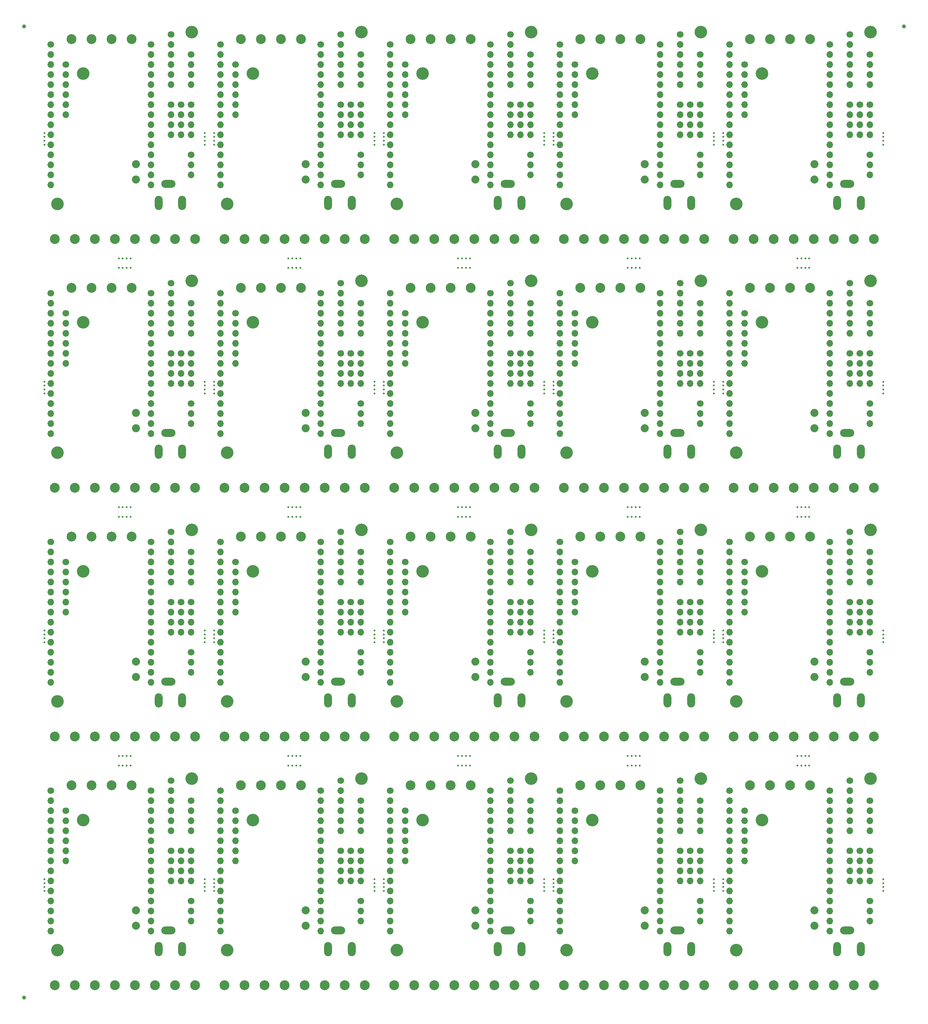
<source format=gbr>
%TF.GenerationSoftware,KiCad,Pcbnew,(6.0.5)*%
%TF.CreationDate,2022-06-09T01:52:49-04:00*%
%TF.ProjectId,NoU2-panelized,4e6f5532-2d70-4616-9e65-6c697a65642e,rev?*%
%TF.SameCoordinates,Original*%
%TF.FileFunction,Soldermask,Bot*%
%TF.FilePolarity,Negative*%
%FSLAX46Y46*%
G04 Gerber Fmt 4.6, Leading zero omitted, Abs format (unit mm)*
G04 Created by KiCad (PCBNEW (6.0.5)) date 2022-06-09 01:52:49*
%MOMM*%
%LPD*%
G01*
G04 APERTURE LIST*
G04 Aperture macros list*
%AMRoundRect*
0 Rectangle with rounded corners*
0 $1 Rounding radius*
0 $2 $3 $4 $5 $6 $7 $8 $9 X,Y pos of 4 corners*
0 Add a 4 corners polygon primitive as box body*
4,1,4,$2,$3,$4,$5,$6,$7,$8,$9,$2,$3,0*
0 Add four circle primitives for the rounded corners*
1,1,$1+$1,$2,$3*
1,1,$1+$1,$4,$5*
1,1,$1+$1,$6,$7*
1,1,$1+$1,$8,$9*
0 Add four rect primitives between the rounded corners*
20,1,$1+$1,$2,$3,$4,$5,0*
20,1,$1+$1,$4,$5,$6,$7,0*
20,1,$1+$1,$6,$7,$8,$9,0*
20,1,$1+$1,$8,$9,$2,$3,0*%
G04 Aperture macros list end*
%ADD10C,2.032000*%
%ADD11C,0.500000*%
%ADD12RoundRect,1.000000X0.000000X0.800000X0.000000X0.800000X0.000000X-0.800000X0.000000X-0.800000X0*%
%ADD13RoundRect,1.000000X0.800000X0.000000X-0.800000X0.000000X-0.800000X0.000000X0.800000X0.000000X0*%
%ADD14C,2.500000*%
%ADD15C,3.200000*%
%ADD16C,1.700000*%
%ADD17O,1.700000X1.700000*%
%ADD18C,1.000000*%
G04 APERTURE END LIST*
D10*
%TO.C,J13*%
X174342600Y-118792400D03*
%TD*%
D11*
%TO.C,REF\u002A\u002A*%
X194200000Y-236000000D03*
%TD*%
D12*
%TO.C,J9*%
X223083000Y-250700000D03*
X229083000Y-250700000D03*
D13*
X225583000Y-245950000D03*
%TD*%
D14*
%TO.C,J7*%
X45114000Y-259880000D03*
X50194000Y-259880000D03*
X55274000Y-259880000D03*
X60354000Y-259880000D03*
%TD*%
D11*
%TO.C,REF\u002A\u002A*%
X62800000Y-236000000D03*
%TD*%
%TO.C,REF\u002A\u002A*%
X191800000Y-233000000D03*
%TD*%
D15*
%TO.C,REF\u002A\u002A*%
X161000000Y-218000000D03*
%TD*%
D16*
%TO.C,J2*%
X54283400Y-225844000D03*
D17*
X54283400Y-228384000D03*
X54283400Y-230924000D03*
X54283400Y-233464000D03*
%TD*%
D11*
%TO.C,REF\u002A\u002A*%
X42000000Y-138800000D03*
%TD*%
D15*
%TO.C,REF\u002A\u002A*%
X102500000Y-81500000D03*
%TD*%
D16*
%TO.C,J3*%
X59338000Y-87144000D03*
D17*
X59338000Y-89684000D03*
X59338000Y-92224000D03*
X59338000Y-94764000D03*
%TD*%
D16*
%TO.C,J11*%
X135178000Y-84600000D03*
D17*
X135178000Y-87140000D03*
X135178000Y-89680000D03*
X135178000Y-92220000D03*
X135178000Y-94760000D03*
X135178000Y-97300000D03*
X135178000Y-99840000D03*
X135178000Y-102380000D03*
X135178000Y-104920000D03*
X135178000Y-107460000D03*
X135178000Y-110000000D03*
X135178000Y-112540000D03*
X135178000Y-115080000D03*
X135178000Y-117620000D03*
X135178000Y-120160000D03*
%TD*%
D16*
%TO.C,J4*%
X156588000Y-89684000D03*
D17*
X156588000Y-92224000D03*
X156588000Y-94764000D03*
X156588000Y-97304000D03*
X156588000Y-99844000D03*
X156588000Y-102384000D03*
%TD*%
D11*
%TO.C,REF\u002A\u002A*%
X62800000Y-171000000D03*
%TD*%
%TO.C,REF\u002A\u002A*%
X84000000Y-138800000D03*
%TD*%
%TO.C,REF\u002A\u002A*%
X22200000Y-46000000D03*
%TD*%
D16*
%TO.C,J12*%
X228823400Y-99844000D03*
D17*
X228823400Y-102384000D03*
X228823400Y-104924000D03*
X228823400Y-107464000D03*
%TD*%
D11*
%TO.C,REF\u002A\u002A*%
X194200000Y-47000000D03*
%TD*%
D12*
%TO.C,J9*%
X137083000Y-187700000D03*
X143083000Y-187700000D03*
D13*
X139583000Y-182950000D03*
%TD*%
D15*
%TO.C,REF\u002A\u002A*%
X68500000Y-125000000D03*
%TD*%
D11*
%TO.C,REF\u002A\u002A*%
X62800000Y-107000000D03*
%TD*%
D15*
%TO.C,REF\u002A\u002A*%
X188500000Y-81500000D03*
%TD*%
D16*
%TO.C,J12*%
X56823400Y-162844000D03*
D17*
X56823400Y-165384000D03*
X56823400Y-167924000D03*
X56823400Y-170464000D03*
%TD*%
D15*
%TO.C,REF\u002A\u002A*%
X32000000Y-29000000D03*
%TD*%
D11*
%TO.C,REF\u002A\u002A*%
X194200000Y-107000000D03*
%TD*%
%TO.C,REF\u002A\u002A*%
X65200000Y-107000000D03*
%TD*%
D14*
%TO.C,J6*%
X67794000Y-70880000D03*
X72874000Y-70880000D03*
X77954000Y-70880000D03*
X83034000Y-70880000D03*
%TD*%
D11*
%TO.C,REF\u002A\u002A*%
X129000000Y-204200000D03*
%TD*%
%TO.C,REF\u002A\u002A*%
X105800000Y-235000000D03*
%TD*%
%TO.C,REF\u002A\u002A*%
X191800000Y-44000000D03*
%TD*%
%TO.C,REF\u002A\u002A*%
X62800000Y-172000000D03*
%TD*%
D16*
%TO.C,U8*%
X102363400Y-175544000D03*
D17*
X102363400Y-178084000D03*
X102363400Y-180624000D03*
%TD*%
D15*
%TO.C,REF\u002A\u002A*%
X32000000Y-155000000D03*
%TD*%
D10*
%TO.C,J13*%
X174342600Y-55792400D03*
%TD*%
D11*
%TO.C,REF\u002A\u002A*%
X41000000Y-75800000D03*
%TD*%
D10*
%TO.C,J13*%
X174342600Y-181792400D03*
%TD*%
D16*
%TO.C,J5*%
X59363400Y-36844000D03*
D17*
X59363400Y-39384000D03*
X59363400Y-41924000D03*
X59363400Y-44464000D03*
%TD*%
D10*
%TO.C,J13*%
X131342600Y-118792400D03*
%TD*%
D16*
%TO.C,J4*%
X156588000Y-215684000D03*
D17*
X156588000Y-218224000D03*
X156588000Y-220764000D03*
X156588000Y-223304000D03*
X156588000Y-225844000D03*
X156588000Y-228384000D03*
%TD*%
D14*
%TO.C,J6*%
X153794000Y-133880000D03*
X158874000Y-133880000D03*
X163954000Y-133880000D03*
X169034000Y-133880000D03*
%TD*%
D15*
%TO.C,REF\u002A\u002A*%
X75000000Y-155000000D03*
%TD*%
%TO.C,REF\u002A\u002A*%
X231500000Y-144500000D03*
%TD*%
%TO.C,REF\u002A\u002A*%
X188500000Y-207500000D03*
%TD*%
D10*
%TO.C,J14*%
X88342600Y-51880800D03*
%TD*%
D14*
%TO.C,J7*%
X88114000Y-259880000D03*
X93194000Y-259880000D03*
X98274000Y-259880000D03*
X103354000Y-259880000D03*
%TD*%
%TO.C,J7*%
X45114000Y-196880000D03*
X50194000Y-196880000D03*
X55274000Y-196880000D03*
X60354000Y-196880000D03*
%TD*%
D11*
%TO.C,REF\u002A\u002A*%
X151200000Y-47000000D03*
%TD*%
D16*
%TO.C,J4*%
X156588000Y-152684000D03*
D17*
X156588000Y-155224000D03*
X156588000Y-157764000D03*
X156588000Y-160304000D03*
X156588000Y-162844000D03*
X156588000Y-165384000D03*
%TD*%
D16*
%TO.C,J11*%
X92178000Y-147600000D03*
D17*
X92178000Y-150140000D03*
X92178000Y-152680000D03*
X92178000Y-155220000D03*
X92178000Y-157760000D03*
X92178000Y-160300000D03*
X92178000Y-162840000D03*
X92178000Y-165380000D03*
X92178000Y-167920000D03*
X92178000Y-170460000D03*
X92178000Y-173000000D03*
X92178000Y-175540000D03*
X92178000Y-178080000D03*
X92178000Y-180620000D03*
X92178000Y-183160000D03*
%TD*%
D16*
%TO.C,J10*%
X66778000Y-84604000D03*
D17*
X66778000Y-87144000D03*
X66778000Y-89684000D03*
X66778000Y-92224000D03*
X66778000Y-94764000D03*
X66778000Y-97304000D03*
X66778000Y-99844000D03*
X66778000Y-102384000D03*
X66778000Y-104924000D03*
X66778000Y-107464000D03*
X66778000Y-110004000D03*
X66778000Y-112544000D03*
X66778000Y-115084000D03*
X66778000Y-117624000D03*
X66778000Y-120164000D03*
%TD*%
D11*
%TO.C,REF\u002A\u002A*%
X216000000Y-141200000D03*
%TD*%
D15*
%TO.C,REF\u002A\u002A*%
X68500000Y-188000000D03*
%TD*%
D11*
%TO.C,REF\u002A\u002A*%
X214000000Y-138800000D03*
%TD*%
%TO.C,REF\u002A\u002A*%
X41000000Y-141200000D03*
%TD*%
D16*
%TO.C,U8*%
X59363400Y-49544000D03*
D17*
X59363400Y-52084000D03*
X59363400Y-54624000D03*
%TD*%
D10*
%TO.C,J13*%
X88342600Y-55792400D03*
%TD*%
D11*
%TO.C,REF\u002A\u002A*%
X41000000Y-204200000D03*
%TD*%
D16*
%TO.C,J10*%
X195778000Y-147604000D03*
D17*
X195778000Y-150144000D03*
X195778000Y-152684000D03*
X195778000Y-155224000D03*
X195778000Y-157764000D03*
X195778000Y-160304000D03*
X195778000Y-162844000D03*
X195778000Y-165384000D03*
X195778000Y-167924000D03*
X195778000Y-170464000D03*
X195778000Y-173004000D03*
X195778000Y-175544000D03*
X195778000Y-178084000D03*
X195778000Y-180624000D03*
X195778000Y-183164000D03*
%TD*%
D11*
%TO.C,REF\u002A\u002A*%
X108200000Y-173000000D03*
%TD*%
D16*
%TO.C,U8*%
X59363400Y-175544000D03*
D17*
X59363400Y-178084000D03*
X59363400Y-180624000D03*
%TD*%
D11*
%TO.C,REF\u002A\u002A*%
X170000000Y-78200000D03*
%TD*%
D14*
%TO.C,J6*%
X196794000Y-196880000D03*
X201874000Y-196880000D03*
X206954000Y-196880000D03*
X212034000Y-196880000D03*
%TD*%
D12*
%TO.C,J9*%
X94083000Y-187700000D03*
X100083000Y-187700000D03*
D13*
X96583000Y-182950000D03*
%TD*%
D11*
%TO.C,REF\u002A\u002A*%
X62800000Y-47000000D03*
%TD*%
%TO.C,REF\u002A\u002A*%
X213000000Y-138800000D03*
%TD*%
%TO.C,REF\u002A\u002A*%
X65200000Y-235000000D03*
%TD*%
%TO.C,REF\u002A\u002A*%
X108200000Y-171000000D03*
%TD*%
%TO.C,REF\u002A\u002A*%
X108200000Y-172000000D03*
%TD*%
%TO.C,REF\u002A\u002A*%
X129000000Y-141200000D03*
%TD*%
D16*
%TO.C,J4*%
X70588000Y-152684000D03*
D17*
X70588000Y-155224000D03*
X70588000Y-157764000D03*
X70588000Y-160304000D03*
X70588000Y-162844000D03*
X70588000Y-165384000D03*
%TD*%
D12*
%TO.C,J9*%
X94083000Y-250700000D03*
X100083000Y-250700000D03*
D13*
X96583000Y-245950000D03*
%TD*%
D16*
%TO.C,J10*%
X66778000Y-147604000D03*
D17*
X66778000Y-150144000D03*
X66778000Y-152684000D03*
X66778000Y-155224000D03*
X66778000Y-157764000D03*
X66778000Y-160304000D03*
X66778000Y-162844000D03*
X66778000Y-165384000D03*
X66778000Y-167924000D03*
X66778000Y-170464000D03*
X66778000Y-173004000D03*
X66778000Y-175544000D03*
X66778000Y-178084000D03*
X66778000Y-180624000D03*
X66778000Y-183164000D03*
%TD*%
D11*
%TO.C,REF\u002A\u002A*%
X22200000Y-172000000D03*
%TD*%
%TO.C,REF\u002A\u002A*%
X151200000Y-108000000D03*
%TD*%
D12*
%TO.C,J9*%
X180083000Y-124700000D03*
X186083000Y-124700000D03*
D13*
X182583000Y-119950000D03*
%TD*%
D11*
%TO.C,REF\u002A\u002A*%
X151200000Y-107000000D03*
%TD*%
%TO.C,REF\u002A\u002A*%
X191800000Y-234000000D03*
%TD*%
%TO.C,REF\u002A\u002A*%
X43000000Y-141200000D03*
%TD*%
%TO.C,REF\u002A\u002A*%
X41000000Y-201800000D03*
%TD*%
D16*
%TO.C,J11*%
X135178000Y-210600000D03*
D17*
X135178000Y-213140000D03*
X135178000Y-215680000D03*
X135178000Y-218220000D03*
X135178000Y-220760000D03*
X135178000Y-223300000D03*
X135178000Y-225840000D03*
X135178000Y-228380000D03*
X135178000Y-230920000D03*
X135178000Y-233460000D03*
X135178000Y-236000000D03*
X135178000Y-238540000D03*
X135178000Y-241080000D03*
X135178000Y-243620000D03*
X135178000Y-246160000D03*
%TD*%
D11*
%TO.C,REF\u002A\u002A*%
X84000000Y-141200000D03*
%TD*%
%TO.C,REF\u002A\u002A*%
X191800000Y-107000000D03*
%TD*%
%TO.C,REF\u002A\u002A*%
X87000000Y-201800000D03*
%TD*%
%TO.C,REF\u002A\u002A*%
X234800000Y-109000000D03*
%TD*%
%TO.C,REF\u002A\u002A*%
X85000000Y-78200000D03*
%TD*%
D16*
%TO.C,J12*%
X228823400Y-225844000D03*
D17*
X228823400Y-228384000D03*
X228823400Y-230924000D03*
X228823400Y-233464000D03*
%TD*%
D11*
%TO.C,REF\u002A\u002A*%
X129000000Y-138800000D03*
%TD*%
D12*
%TO.C,J9*%
X180083000Y-61700000D03*
X186083000Y-61700000D03*
D13*
X182583000Y-56950000D03*
%TD*%
D16*
%TO.C,J3*%
X188338000Y-24144000D03*
D17*
X188338000Y-26684000D03*
X188338000Y-29224000D03*
X188338000Y-31764000D03*
%TD*%
D16*
%TO.C,J12*%
X185823400Y-225844000D03*
D17*
X185823400Y-228384000D03*
X185823400Y-230924000D03*
X185823400Y-233464000D03*
%TD*%
D11*
%TO.C,REF\u002A\u002A*%
X130000000Y-201800000D03*
%TD*%
D14*
%TO.C,J8*%
X44225000Y-146207000D03*
X39145000Y-146207000D03*
X34065000Y-146207000D03*
X28985000Y-146207000D03*
%TD*%
D16*
%TO.C,J12*%
X185823400Y-99844000D03*
D17*
X185823400Y-102384000D03*
X185823400Y-104924000D03*
X185823400Y-107464000D03*
%TD*%
D16*
%TO.C,J11*%
X221178000Y-210600000D03*
D17*
X221178000Y-213140000D03*
X221178000Y-215680000D03*
X221178000Y-218220000D03*
X221178000Y-220760000D03*
X221178000Y-223300000D03*
X221178000Y-225840000D03*
X221178000Y-228380000D03*
X221178000Y-230920000D03*
X221178000Y-233460000D03*
X221178000Y-236000000D03*
X221178000Y-238540000D03*
X221178000Y-241080000D03*
X221178000Y-243620000D03*
X221178000Y-246160000D03*
%TD*%
D10*
%TO.C,J13*%
X174342600Y-244792400D03*
%TD*%
D11*
%TO.C,REF\u002A\u002A*%
X85000000Y-141200000D03*
%TD*%
D16*
%TO.C,J5*%
X59363400Y-99844000D03*
D17*
X59363400Y-102384000D03*
X59363400Y-104924000D03*
X59363400Y-107464000D03*
%TD*%
D11*
%TO.C,REF\u002A\u002A*%
X42000000Y-141200000D03*
%TD*%
D16*
%TO.C,U8*%
X145363400Y-49544000D03*
D17*
X145363400Y-52084000D03*
X145363400Y-54624000D03*
%TD*%
D11*
%TO.C,REF\u002A\u002A*%
X151200000Y-46000000D03*
%TD*%
D16*
%TO.C,J5*%
X188363400Y-36844000D03*
D17*
X188363400Y-39384000D03*
X188363400Y-41924000D03*
X188363400Y-44464000D03*
%TD*%
D14*
%TO.C,J7*%
X217114000Y-259880000D03*
X222194000Y-259880000D03*
X227274000Y-259880000D03*
X232354000Y-259880000D03*
%TD*%
D11*
%TO.C,REF\u002A\u002A*%
X191800000Y-109000000D03*
%TD*%
%TO.C,REF\u002A\u002A*%
X148800000Y-172000000D03*
%TD*%
%TO.C,REF\u002A\u002A*%
X43000000Y-138800000D03*
%TD*%
D16*
%TO.C,J12*%
X99823400Y-36844000D03*
D17*
X99823400Y-39384000D03*
X99823400Y-41924000D03*
X99823400Y-44464000D03*
%TD*%
D14*
%TO.C,J7*%
X45114000Y-133880000D03*
X50194000Y-133880000D03*
X55274000Y-133880000D03*
X60354000Y-133880000D03*
%TD*%
D11*
%TO.C,REF\u002A\u002A*%
X173000000Y-204200000D03*
%TD*%
D16*
%TO.C,J2*%
X226283400Y-162844000D03*
D17*
X226283400Y-165384000D03*
X226283400Y-167924000D03*
X226283400Y-170464000D03*
%TD*%
D16*
%TO.C,J12*%
X56823400Y-99844000D03*
D17*
X56823400Y-102384000D03*
X56823400Y-104924000D03*
X56823400Y-107464000D03*
%TD*%
D16*
%TO.C,J1*%
X183258000Y-145064000D03*
D17*
X183258000Y-147604000D03*
X183258000Y-150144000D03*
X183258000Y-152684000D03*
X183258000Y-155224000D03*
X183258000Y-157764000D03*
%TD*%
D11*
%TO.C,REF\u002A\u002A*%
X65200000Y-170000000D03*
%TD*%
D16*
%TO.C,J1*%
X97258000Y-82064000D03*
D17*
X97258000Y-84604000D03*
X97258000Y-87144000D03*
X97258000Y-89684000D03*
X97258000Y-92224000D03*
X97258000Y-94764000D03*
%TD*%
D11*
%TO.C,REF\u002A\u002A*%
X86000000Y-78200000D03*
%TD*%
%TO.C,REF\u002A\u002A*%
X105800000Y-110000000D03*
%TD*%
D15*
%TO.C,REF\u002A\u002A*%
X145500000Y-81500000D03*
%TD*%
%TO.C,REF\u002A\u002A*%
X197500000Y-62000000D03*
%TD*%
D11*
%TO.C,REF\u002A\u002A*%
X22200000Y-110000000D03*
%TD*%
%TO.C,REF\u002A\u002A*%
X128000000Y-75800000D03*
%TD*%
%TO.C,REF\u002A\u002A*%
X148800000Y-108000000D03*
%TD*%
D16*
%TO.C,J2*%
X226283400Y-36844000D03*
D17*
X226283400Y-39384000D03*
X226283400Y-41924000D03*
X226283400Y-44464000D03*
%TD*%
D16*
%TO.C,J10*%
X195778000Y-21604000D03*
D17*
X195778000Y-24144000D03*
X195778000Y-26684000D03*
X195778000Y-29224000D03*
X195778000Y-31764000D03*
X195778000Y-34304000D03*
X195778000Y-36844000D03*
X195778000Y-39384000D03*
X195778000Y-41924000D03*
X195778000Y-44464000D03*
X195778000Y-47004000D03*
X195778000Y-49544000D03*
X195778000Y-52084000D03*
X195778000Y-54624000D03*
X195778000Y-57164000D03*
%TD*%
D11*
%TO.C,REF\u002A\u002A*%
X194200000Y-173000000D03*
%TD*%
%TO.C,REF\u002A\u002A*%
X194200000Y-109000000D03*
%TD*%
D14*
%TO.C,J8*%
X216225000Y-20207000D03*
X211145000Y-20207000D03*
X206065000Y-20207000D03*
X200985000Y-20207000D03*
%TD*%
%TO.C,J6*%
X153794000Y-196880000D03*
X158874000Y-196880000D03*
X163954000Y-196880000D03*
X169034000Y-196880000D03*
%TD*%
%TO.C,J6*%
X153794000Y-259880000D03*
X158874000Y-259880000D03*
X163954000Y-259880000D03*
X169034000Y-259880000D03*
%TD*%
D11*
%TO.C,REF\u002A\u002A*%
X234800000Y-173000000D03*
%TD*%
D15*
%TO.C,REF\u002A\u002A*%
X118000000Y-92000000D03*
%TD*%
D16*
%TO.C,J5*%
X102363400Y-162844000D03*
D17*
X102363400Y-165384000D03*
X102363400Y-167924000D03*
X102363400Y-170464000D03*
%TD*%
D11*
%TO.C,REF\u002A\u002A*%
X62800000Y-108000000D03*
%TD*%
D10*
%TO.C,J13*%
X131342600Y-55792400D03*
%TD*%
%TO.C,J13*%
X88342600Y-181792400D03*
%TD*%
%TO.C,J13*%
X45342600Y-118792400D03*
%TD*%
%TO.C,J13*%
X45342600Y-181792400D03*
%TD*%
D16*
%TO.C,J4*%
X70588000Y-26684000D03*
D17*
X70588000Y-29224000D03*
X70588000Y-31764000D03*
X70588000Y-34304000D03*
X70588000Y-36844000D03*
X70588000Y-39384000D03*
%TD*%
D11*
%TO.C,REF\u002A\u002A*%
X105800000Y-172000000D03*
%TD*%
D12*
%TO.C,J9*%
X180083000Y-250700000D03*
X186083000Y-250700000D03*
D13*
X182583000Y-245950000D03*
%TD*%
D11*
%TO.C,REF\u002A\u002A*%
X65200000Y-110000000D03*
%TD*%
D15*
%TO.C,REF\u002A\u002A*%
X197500000Y-188000000D03*
%TD*%
D16*
%TO.C,J2*%
X54283400Y-99844000D03*
D17*
X54283400Y-102384000D03*
X54283400Y-104924000D03*
X54283400Y-107464000D03*
%TD*%
D14*
%TO.C,J8*%
X130225000Y-83207000D03*
X125145000Y-83207000D03*
X120065000Y-83207000D03*
X114985000Y-83207000D03*
%TD*%
D11*
%TO.C,REF\u002A\u002A*%
X171000000Y-141200000D03*
%TD*%
D16*
%TO.C,J10*%
X152778000Y-84604000D03*
D17*
X152778000Y-87144000D03*
X152778000Y-89684000D03*
X152778000Y-92224000D03*
X152778000Y-94764000D03*
X152778000Y-97304000D03*
X152778000Y-99844000D03*
X152778000Y-102384000D03*
X152778000Y-104924000D03*
X152778000Y-107464000D03*
X152778000Y-110004000D03*
X152778000Y-112544000D03*
X152778000Y-115084000D03*
X152778000Y-117624000D03*
X152778000Y-120164000D03*
%TD*%
D11*
%TO.C,REF\u002A\u002A*%
X128000000Y-204200000D03*
%TD*%
%TO.C,REF\u002A\u002A*%
X151200000Y-170000000D03*
%TD*%
D16*
%TO.C,J12*%
X228823400Y-36844000D03*
D17*
X228823400Y-39384000D03*
X228823400Y-41924000D03*
X228823400Y-44464000D03*
%TD*%
D15*
%TO.C,REF\u002A\u002A*%
X111500000Y-251000000D03*
%TD*%
D11*
%TO.C,REF\u002A\u002A*%
X170000000Y-201800000D03*
%TD*%
%TO.C,REF\u002A\u002A*%
X234800000Y-171000000D03*
%TD*%
%TO.C,REF\u002A\u002A*%
X215000000Y-78200000D03*
%TD*%
D15*
%TO.C,REF\u002A\u002A*%
X161000000Y-155000000D03*
%TD*%
D11*
%TO.C,REF\u002A\u002A*%
X128000000Y-201800000D03*
%TD*%
%TO.C,REF\u002A\u002A*%
X84000000Y-201800000D03*
%TD*%
D16*
%TO.C,J10*%
X109778000Y-84604000D03*
D17*
X109778000Y-87144000D03*
X109778000Y-89684000D03*
X109778000Y-92224000D03*
X109778000Y-94764000D03*
X109778000Y-97304000D03*
X109778000Y-99844000D03*
X109778000Y-102384000D03*
X109778000Y-104924000D03*
X109778000Y-107464000D03*
X109778000Y-110004000D03*
X109778000Y-112544000D03*
X109778000Y-115084000D03*
X109778000Y-117624000D03*
X109778000Y-120164000D03*
%TD*%
D15*
%TO.C,REF\u002A\u002A*%
X75000000Y-92000000D03*
%TD*%
D10*
%TO.C,J14*%
X131342600Y-240880800D03*
%TD*%
D14*
%TO.C,J8*%
X130225000Y-20207000D03*
X125145000Y-20207000D03*
X120065000Y-20207000D03*
X114985000Y-20207000D03*
%TD*%
D11*
%TO.C,REF\u002A\u002A*%
X44000000Y-78200000D03*
%TD*%
D14*
%TO.C,J7*%
X174114000Y-70880000D03*
X179194000Y-70880000D03*
X184274000Y-70880000D03*
X189354000Y-70880000D03*
%TD*%
D10*
%TO.C,J14*%
X45342600Y-51880800D03*
%TD*%
D11*
%TO.C,REF\u002A\u002A*%
X130000000Y-204200000D03*
%TD*%
D16*
%TO.C,J1*%
X54258000Y-145064000D03*
D17*
X54258000Y-147604000D03*
X54258000Y-150144000D03*
X54258000Y-152684000D03*
X54258000Y-155224000D03*
X54258000Y-157764000D03*
%TD*%
D11*
%TO.C,REF\u002A\u002A*%
X148800000Y-107000000D03*
%TD*%
%TO.C,REF\u002A\u002A*%
X213000000Y-204200000D03*
%TD*%
D15*
%TO.C,REF\u002A\u002A*%
X25500000Y-188000000D03*
%TD*%
D16*
%TO.C,J4*%
X70588000Y-89684000D03*
D17*
X70588000Y-92224000D03*
X70588000Y-94764000D03*
X70588000Y-97304000D03*
X70588000Y-99844000D03*
X70588000Y-102384000D03*
%TD*%
D16*
%TO.C,J1*%
X54258000Y-19064000D03*
D17*
X54258000Y-21604000D03*
X54258000Y-24144000D03*
X54258000Y-26684000D03*
X54258000Y-29224000D03*
X54258000Y-31764000D03*
%TD*%
D15*
%TO.C,REF\u002A\u002A*%
X118000000Y-29000000D03*
%TD*%
D16*
%TO.C,J10*%
X195778000Y-210604000D03*
D17*
X195778000Y-213144000D03*
X195778000Y-215684000D03*
X195778000Y-218224000D03*
X195778000Y-220764000D03*
X195778000Y-223304000D03*
X195778000Y-225844000D03*
X195778000Y-228384000D03*
X195778000Y-230924000D03*
X195778000Y-233464000D03*
X195778000Y-236004000D03*
X195778000Y-238544000D03*
X195778000Y-241084000D03*
X195778000Y-243624000D03*
X195778000Y-246164000D03*
%TD*%
D11*
%TO.C,REF\u002A\u002A*%
X194200000Y-234000000D03*
%TD*%
D14*
%TO.C,J8*%
X44225000Y-209207000D03*
X39145000Y-209207000D03*
X34065000Y-209207000D03*
X28985000Y-209207000D03*
%TD*%
D11*
%TO.C,REF\u002A\u002A*%
X171000000Y-201800000D03*
%TD*%
D16*
%TO.C,J10*%
X152778000Y-210604000D03*
D17*
X152778000Y-213144000D03*
X152778000Y-215684000D03*
X152778000Y-218224000D03*
X152778000Y-220764000D03*
X152778000Y-223304000D03*
X152778000Y-225844000D03*
X152778000Y-228384000D03*
X152778000Y-230924000D03*
X152778000Y-233464000D03*
X152778000Y-236004000D03*
X152778000Y-238544000D03*
X152778000Y-241084000D03*
X152778000Y-243624000D03*
X152778000Y-246164000D03*
%TD*%
D10*
%TO.C,J14*%
X88342600Y-177880800D03*
%TD*%
D15*
%TO.C,REF\u002A\u002A*%
X231500000Y-81500000D03*
%TD*%
D11*
%TO.C,REF\u002A\u002A*%
X22200000Y-234000000D03*
%TD*%
D15*
%TO.C,REF\u002A\u002A*%
X145500000Y-18500000D03*
%TD*%
D11*
%TO.C,REF\u002A\u002A*%
X127000000Y-78200000D03*
%TD*%
%TO.C,REF\u002A\u002A*%
X129000000Y-78200000D03*
%TD*%
D10*
%TO.C,J13*%
X88342600Y-244792400D03*
%TD*%
D11*
%TO.C,REF\u002A\u002A*%
X216000000Y-138800000D03*
%TD*%
%TO.C,REF\u002A\u002A*%
X42000000Y-75800000D03*
%TD*%
D14*
%TO.C,J7*%
X88114000Y-196880000D03*
X93194000Y-196880000D03*
X98274000Y-196880000D03*
X103354000Y-196880000D03*
%TD*%
D11*
%TO.C,REF\u002A\u002A*%
X44000000Y-141200000D03*
%TD*%
D15*
%TO.C,REF\u002A\u002A*%
X154500000Y-125000000D03*
%TD*%
D11*
%TO.C,REF\u002A\u002A*%
X213000000Y-201800000D03*
%TD*%
D16*
%TO.C,J12*%
X142823400Y-99844000D03*
D17*
X142823400Y-102384000D03*
X142823400Y-104924000D03*
X142823400Y-107464000D03*
%TD*%
D11*
%TO.C,REF\u002A\u002A*%
X65200000Y-45000000D03*
%TD*%
%TO.C,REF\u002A\u002A*%
X148800000Y-171000000D03*
%TD*%
D16*
%TO.C,J5*%
X145363400Y-99844000D03*
D17*
X145363400Y-102384000D03*
X145363400Y-104924000D03*
X145363400Y-107464000D03*
%TD*%
D11*
%TO.C,REF\u002A\u002A*%
X151200000Y-109000000D03*
%TD*%
D15*
%TO.C,REF\u002A\u002A*%
X59500000Y-81500000D03*
%TD*%
D11*
%TO.C,REF\u002A\u002A*%
X172000000Y-141200000D03*
%TD*%
D14*
%TO.C,J8*%
X44225000Y-20207000D03*
X39145000Y-20207000D03*
X34065000Y-20207000D03*
X28985000Y-20207000D03*
%TD*%
D11*
%TO.C,REF\u002A\u002A*%
X151200000Y-233000000D03*
%TD*%
D16*
%TO.C,J11*%
X178178000Y-147600000D03*
D17*
X178178000Y-150140000D03*
X178178000Y-152680000D03*
X178178000Y-155220000D03*
X178178000Y-157760000D03*
X178178000Y-160300000D03*
X178178000Y-162840000D03*
X178178000Y-165380000D03*
X178178000Y-167920000D03*
X178178000Y-170460000D03*
X178178000Y-173000000D03*
X178178000Y-175540000D03*
X178178000Y-178080000D03*
X178178000Y-180620000D03*
X178178000Y-183160000D03*
%TD*%
D12*
%TO.C,J9*%
X223083000Y-124700000D03*
X229083000Y-124700000D03*
D13*
X225583000Y-119950000D03*
%TD*%
D11*
%TO.C,REF\u002A\u002A*%
X41000000Y-78200000D03*
%TD*%
%TO.C,REF\u002A\u002A*%
X172000000Y-138800000D03*
%TD*%
D16*
%TO.C,J11*%
X49178000Y-147600000D03*
D17*
X49178000Y-150140000D03*
X49178000Y-152680000D03*
X49178000Y-155220000D03*
X49178000Y-157760000D03*
X49178000Y-160300000D03*
X49178000Y-162840000D03*
X49178000Y-165380000D03*
X49178000Y-167920000D03*
X49178000Y-170460000D03*
X49178000Y-173000000D03*
X49178000Y-175540000D03*
X49178000Y-178080000D03*
X49178000Y-180620000D03*
X49178000Y-183160000D03*
%TD*%
D10*
%TO.C,J14*%
X217342600Y-177880800D03*
%TD*%
D14*
%TO.C,J6*%
X67794000Y-133880000D03*
X72874000Y-133880000D03*
X77954000Y-133880000D03*
X83034000Y-133880000D03*
%TD*%
D11*
%TO.C,REF\u002A\u002A*%
X191800000Y-172000000D03*
%TD*%
D16*
%TO.C,J4*%
X199588000Y-89684000D03*
D17*
X199588000Y-92224000D03*
X199588000Y-94764000D03*
X199588000Y-97304000D03*
X199588000Y-99844000D03*
X199588000Y-102384000D03*
%TD*%
D14*
%TO.C,J7*%
X131114000Y-259880000D03*
X136194000Y-259880000D03*
X141274000Y-259880000D03*
X146354000Y-259880000D03*
%TD*%
D11*
%TO.C,REF\u002A\u002A*%
X108200000Y-235000000D03*
%TD*%
%TO.C,REF\u002A\u002A*%
X194200000Y-171000000D03*
%TD*%
D15*
%TO.C,REF\u002A\u002A*%
X111500000Y-125000000D03*
%TD*%
D16*
%TO.C,J1*%
X140258000Y-19064000D03*
D17*
X140258000Y-21604000D03*
X140258000Y-24144000D03*
X140258000Y-26684000D03*
X140258000Y-29224000D03*
X140258000Y-31764000D03*
%TD*%
D16*
%TO.C,J5*%
X102363400Y-225844000D03*
D17*
X102363400Y-228384000D03*
X102363400Y-230924000D03*
X102363400Y-233464000D03*
%TD*%
D14*
%TO.C,J6*%
X67794000Y-259880000D03*
X72874000Y-259880000D03*
X77954000Y-259880000D03*
X83034000Y-259880000D03*
%TD*%
D16*
%TO.C,J5*%
X145363400Y-162844000D03*
D17*
X145363400Y-165384000D03*
X145363400Y-167924000D03*
X145363400Y-170464000D03*
%TD*%
D10*
%TO.C,J13*%
X217342600Y-118792400D03*
%TD*%
D16*
%TO.C,J10*%
X109778000Y-147604000D03*
D17*
X109778000Y-150144000D03*
X109778000Y-152684000D03*
X109778000Y-155224000D03*
X109778000Y-157764000D03*
X109778000Y-160304000D03*
X109778000Y-162844000D03*
X109778000Y-165384000D03*
X109778000Y-167924000D03*
X109778000Y-170464000D03*
X109778000Y-173004000D03*
X109778000Y-175544000D03*
X109778000Y-178084000D03*
X109778000Y-180624000D03*
X109778000Y-183164000D03*
%TD*%
D16*
%TO.C,J11*%
X49178000Y-21600000D03*
D17*
X49178000Y-24140000D03*
X49178000Y-26680000D03*
X49178000Y-29220000D03*
X49178000Y-31760000D03*
X49178000Y-34300000D03*
X49178000Y-36840000D03*
X49178000Y-39380000D03*
X49178000Y-41920000D03*
X49178000Y-44460000D03*
X49178000Y-47000000D03*
X49178000Y-49540000D03*
X49178000Y-52080000D03*
X49178000Y-54620000D03*
X49178000Y-57160000D03*
%TD*%
D11*
%TO.C,REF\u002A\u002A*%
X130000000Y-138800000D03*
%TD*%
%TO.C,REF\u002A\u002A*%
X148800000Y-45000000D03*
%TD*%
D10*
%TO.C,J14*%
X217342600Y-240880800D03*
%TD*%
D14*
%TO.C,J7*%
X45114000Y-70880000D03*
X50194000Y-70880000D03*
X55274000Y-70880000D03*
X60354000Y-70880000D03*
%TD*%
D11*
%TO.C,REF\u002A\u002A*%
X151200000Y-172000000D03*
%TD*%
D16*
%TO.C,J11*%
X135178000Y-147600000D03*
D17*
X135178000Y-150140000D03*
X135178000Y-152680000D03*
X135178000Y-155220000D03*
X135178000Y-157760000D03*
X135178000Y-160300000D03*
X135178000Y-162840000D03*
X135178000Y-165380000D03*
X135178000Y-167920000D03*
X135178000Y-170460000D03*
X135178000Y-173000000D03*
X135178000Y-175540000D03*
X135178000Y-178080000D03*
X135178000Y-180620000D03*
X135178000Y-183160000D03*
%TD*%
D12*
%TO.C,J9*%
X137083000Y-61700000D03*
X143083000Y-61700000D03*
D13*
X139583000Y-56950000D03*
%TD*%
D15*
%TO.C,REF\u002A\u002A*%
X231500000Y-18500000D03*
%TD*%
D11*
%TO.C,REF\u002A\u002A*%
X128000000Y-78200000D03*
%TD*%
D16*
%TO.C,J12*%
X185823400Y-36844000D03*
D17*
X185823400Y-39384000D03*
X185823400Y-41924000D03*
X185823400Y-44464000D03*
%TD*%
D16*
%TO.C,J4*%
X156588000Y-26684000D03*
D17*
X156588000Y-29224000D03*
X156588000Y-31764000D03*
X156588000Y-34304000D03*
X156588000Y-36844000D03*
X156588000Y-39384000D03*
%TD*%
D11*
%TO.C,REF\u002A\u002A*%
X87000000Y-141200000D03*
%TD*%
%TO.C,REF\u002A\u002A*%
X85000000Y-75800000D03*
%TD*%
D14*
%TO.C,J6*%
X24794000Y-70880000D03*
X29874000Y-70880000D03*
X34954000Y-70880000D03*
X40034000Y-70880000D03*
%TD*%
D15*
%TO.C,REF\u002A\u002A*%
X102500000Y-144500000D03*
%TD*%
D16*
%TO.C,J12*%
X56823400Y-36844000D03*
D17*
X56823400Y-39384000D03*
X56823400Y-41924000D03*
X56823400Y-44464000D03*
%TD*%
D11*
%TO.C,REF\u002A\u002A*%
X44000000Y-75800000D03*
%TD*%
D16*
%TO.C,J12*%
X99823400Y-225844000D03*
D17*
X99823400Y-228384000D03*
X99823400Y-230924000D03*
X99823400Y-233464000D03*
%TD*%
D16*
%TO.C,J2*%
X140283400Y-99844000D03*
D17*
X140283400Y-102384000D03*
X140283400Y-104924000D03*
X140283400Y-107464000D03*
%TD*%
D16*
%TO.C,J10*%
X23778000Y-147604000D03*
D17*
X23778000Y-150144000D03*
X23778000Y-152684000D03*
X23778000Y-155224000D03*
X23778000Y-157764000D03*
X23778000Y-160304000D03*
X23778000Y-162844000D03*
X23778000Y-165384000D03*
X23778000Y-167924000D03*
X23778000Y-170464000D03*
X23778000Y-173004000D03*
X23778000Y-175544000D03*
X23778000Y-178084000D03*
X23778000Y-180624000D03*
X23778000Y-183164000D03*
%TD*%
D16*
%TO.C,U8*%
X231363400Y-175544000D03*
D17*
X231363400Y-178084000D03*
X231363400Y-180624000D03*
%TD*%
D16*
%TO.C,J3*%
X145338000Y-150144000D03*
D17*
X145338000Y-152684000D03*
X145338000Y-155224000D03*
X145338000Y-157764000D03*
%TD*%
D10*
%TO.C,J14*%
X131342600Y-51880800D03*
%TD*%
D11*
%TO.C,REF\u002A\u002A*%
X22200000Y-236000000D03*
%TD*%
%TO.C,REF\u002A\u002A*%
X172000000Y-201800000D03*
%TD*%
D15*
%TO.C,REF\u002A\u002A*%
X161000000Y-29000000D03*
%TD*%
%TO.C,REF\u002A\u002A*%
X154500000Y-188000000D03*
%TD*%
D11*
%TO.C,REF\u002A\u002A*%
X129000000Y-75800000D03*
%TD*%
D16*
%TO.C,J11*%
X178178000Y-21600000D03*
D17*
X178178000Y-24140000D03*
X178178000Y-26680000D03*
X178178000Y-29220000D03*
X178178000Y-31760000D03*
X178178000Y-34300000D03*
X178178000Y-36840000D03*
X178178000Y-39380000D03*
X178178000Y-41920000D03*
X178178000Y-44460000D03*
X178178000Y-47000000D03*
X178178000Y-49540000D03*
X178178000Y-52080000D03*
X178178000Y-54620000D03*
X178178000Y-57160000D03*
%TD*%
D11*
%TO.C,REF\u002A\u002A*%
X62800000Y-110000000D03*
%TD*%
%TO.C,REF\u002A\u002A*%
X65200000Y-234000000D03*
%TD*%
D16*
%TO.C,J4*%
X27588000Y-152684000D03*
D17*
X27588000Y-155224000D03*
X27588000Y-157764000D03*
X27588000Y-160304000D03*
X27588000Y-162844000D03*
X27588000Y-165384000D03*
%TD*%
D11*
%TO.C,REF\u002A\u002A*%
X108200000Y-47000000D03*
%TD*%
%TO.C,REF\u002A\u002A*%
X148800000Y-170000000D03*
%TD*%
%TO.C,REF\u002A\u002A*%
X86000000Y-141200000D03*
%TD*%
%TO.C,REF\u002A\u002A*%
X171000000Y-75800000D03*
%TD*%
D10*
%TO.C,J14*%
X45342600Y-177880800D03*
%TD*%
D16*
%TO.C,J4*%
X70588000Y-215684000D03*
D17*
X70588000Y-218224000D03*
X70588000Y-220764000D03*
X70588000Y-223304000D03*
X70588000Y-225844000D03*
X70588000Y-228384000D03*
%TD*%
D10*
%TO.C,J14*%
X174342600Y-114880800D03*
%TD*%
D11*
%TO.C,REF\u002A\u002A*%
X191800000Y-235000000D03*
%TD*%
%TO.C,REF\u002A\u002A*%
X194200000Y-44000000D03*
%TD*%
D16*
%TO.C,U8*%
X145363400Y-238544000D03*
D17*
X145363400Y-241084000D03*
X145363400Y-243624000D03*
%TD*%
D11*
%TO.C,REF\u002A\u002A*%
X234800000Y-110000000D03*
%TD*%
%TO.C,REF\u002A\u002A*%
X44000000Y-204200000D03*
%TD*%
%TO.C,REF\u002A\u002A*%
X171000000Y-204200000D03*
%TD*%
%TO.C,REF\u002A\u002A*%
X22200000Y-173000000D03*
%TD*%
D16*
%TO.C,J3*%
X188338000Y-150144000D03*
D17*
X188338000Y-152684000D03*
X188338000Y-155224000D03*
X188338000Y-157764000D03*
%TD*%
D16*
%TO.C,J2*%
X183283400Y-162844000D03*
D17*
X183283400Y-165384000D03*
X183283400Y-167924000D03*
X183283400Y-170464000D03*
%TD*%
D16*
%TO.C,J10*%
X109778000Y-21604000D03*
D17*
X109778000Y-24144000D03*
X109778000Y-26684000D03*
X109778000Y-29224000D03*
X109778000Y-31764000D03*
X109778000Y-34304000D03*
X109778000Y-36844000D03*
X109778000Y-39384000D03*
X109778000Y-41924000D03*
X109778000Y-44464000D03*
X109778000Y-47004000D03*
X109778000Y-49544000D03*
X109778000Y-52084000D03*
X109778000Y-54624000D03*
X109778000Y-57164000D03*
%TD*%
D16*
%TO.C,U8*%
X188363400Y-49544000D03*
D17*
X188363400Y-52084000D03*
X188363400Y-54624000D03*
%TD*%
D11*
%TO.C,REF\u002A\u002A*%
X42000000Y-204200000D03*
%TD*%
D16*
%TO.C,U8*%
X102363400Y-112544000D03*
D17*
X102363400Y-115084000D03*
X102363400Y-117624000D03*
%TD*%
D11*
%TO.C,REF\u002A\u002A*%
X151200000Y-44000000D03*
%TD*%
%TO.C,REF\u002A\u002A*%
X22200000Y-171000000D03*
%TD*%
D16*
%TO.C,J10*%
X152778000Y-147604000D03*
D17*
X152778000Y-150144000D03*
X152778000Y-152684000D03*
X152778000Y-155224000D03*
X152778000Y-157764000D03*
X152778000Y-160304000D03*
X152778000Y-162844000D03*
X152778000Y-165384000D03*
X152778000Y-167924000D03*
X152778000Y-170464000D03*
X152778000Y-173004000D03*
X152778000Y-175544000D03*
X152778000Y-178084000D03*
X152778000Y-180624000D03*
X152778000Y-183164000D03*
%TD*%
D16*
%TO.C,J2*%
X97283400Y-36844000D03*
D17*
X97283400Y-39384000D03*
X97283400Y-41924000D03*
X97283400Y-44464000D03*
%TD*%
D16*
%TO.C,J12*%
X99823400Y-162844000D03*
D17*
X99823400Y-165384000D03*
X99823400Y-167924000D03*
X99823400Y-170464000D03*
%TD*%
D14*
%TO.C,J8*%
X44225000Y-83207000D03*
X39145000Y-83207000D03*
X34065000Y-83207000D03*
X28985000Y-83207000D03*
%TD*%
D11*
%TO.C,REF\u002A\u002A*%
X148800000Y-234000000D03*
%TD*%
D14*
%TO.C,J8*%
X87225000Y-146207000D03*
X82145000Y-146207000D03*
X77065000Y-146207000D03*
X71985000Y-146207000D03*
%TD*%
D11*
%TO.C,REF\u002A\u002A*%
X65200000Y-47000000D03*
%TD*%
%TO.C,REF\u002A\u002A*%
X85000000Y-138800000D03*
%TD*%
%TO.C,REF\u002A\u002A*%
X22200000Y-109000000D03*
%TD*%
D12*
%TO.C,J9*%
X94083000Y-124700000D03*
X100083000Y-124700000D03*
D13*
X96583000Y-119950000D03*
%TD*%
D15*
%TO.C,REF\u002A\u002A*%
X32000000Y-92000000D03*
%TD*%
D16*
%TO.C,J2*%
X183283400Y-225844000D03*
D17*
X183283400Y-228384000D03*
X183283400Y-230924000D03*
X183283400Y-233464000D03*
%TD*%
D16*
%TO.C,J11*%
X49178000Y-210600000D03*
D17*
X49178000Y-213140000D03*
X49178000Y-215680000D03*
X49178000Y-218220000D03*
X49178000Y-220760000D03*
X49178000Y-223300000D03*
X49178000Y-225840000D03*
X49178000Y-228380000D03*
X49178000Y-230920000D03*
X49178000Y-233460000D03*
X49178000Y-236000000D03*
X49178000Y-238540000D03*
X49178000Y-241080000D03*
X49178000Y-243620000D03*
X49178000Y-246160000D03*
%TD*%
D11*
%TO.C,REF\u002A\u002A*%
X148800000Y-233000000D03*
%TD*%
D16*
%TO.C,J3*%
X102338000Y-150144000D03*
D17*
X102338000Y-152684000D03*
X102338000Y-155224000D03*
X102338000Y-157764000D03*
%TD*%
D16*
%TO.C,J10*%
X23778000Y-210604000D03*
D17*
X23778000Y-213144000D03*
X23778000Y-215684000D03*
X23778000Y-218224000D03*
X23778000Y-220764000D03*
X23778000Y-223304000D03*
X23778000Y-225844000D03*
X23778000Y-228384000D03*
X23778000Y-230924000D03*
X23778000Y-233464000D03*
X23778000Y-236004000D03*
X23778000Y-238544000D03*
X23778000Y-241084000D03*
X23778000Y-243624000D03*
X23778000Y-246164000D03*
%TD*%
D11*
%TO.C,REF\u002A\u002A*%
X105800000Y-234000000D03*
%TD*%
D16*
%TO.C,J12*%
X56823400Y-225844000D03*
D17*
X56823400Y-228384000D03*
X56823400Y-230924000D03*
X56823400Y-233464000D03*
%TD*%
D11*
%TO.C,REF\u002A\u002A*%
X108200000Y-108000000D03*
%TD*%
D16*
%TO.C,J5*%
X145363400Y-225844000D03*
D17*
X145363400Y-228384000D03*
X145363400Y-230924000D03*
X145363400Y-233464000D03*
%TD*%
D16*
%TO.C,J3*%
X188338000Y-87144000D03*
D17*
X188338000Y-89684000D03*
X188338000Y-92224000D03*
X188338000Y-94764000D03*
%TD*%
D14*
%TO.C,J6*%
X153794000Y-70880000D03*
X158874000Y-70880000D03*
X163954000Y-70880000D03*
X169034000Y-70880000D03*
%TD*%
%TO.C,J7*%
X217114000Y-70880000D03*
X222194000Y-70880000D03*
X227274000Y-70880000D03*
X232354000Y-70880000D03*
%TD*%
D11*
%TO.C,REF\u002A\u002A*%
X22200000Y-233000000D03*
%TD*%
D16*
%TO.C,J3*%
X188338000Y-213144000D03*
D17*
X188338000Y-215684000D03*
X188338000Y-218224000D03*
X188338000Y-220764000D03*
%TD*%
D16*
%TO.C,J1*%
X183258000Y-208064000D03*
D17*
X183258000Y-210604000D03*
X183258000Y-213144000D03*
X183258000Y-215684000D03*
X183258000Y-218224000D03*
X183258000Y-220764000D03*
%TD*%
D16*
%TO.C,J4*%
X113588000Y-152684000D03*
D17*
X113588000Y-155224000D03*
X113588000Y-157764000D03*
X113588000Y-160304000D03*
X113588000Y-162844000D03*
X113588000Y-165384000D03*
%TD*%
D11*
%TO.C,REF\u002A\u002A*%
X194200000Y-233000000D03*
%TD*%
D16*
%TO.C,J10*%
X109778000Y-210604000D03*
D17*
X109778000Y-213144000D03*
X109778000Y-215684000D03*
X109778000Y-218224000D03*
X109778000Y-220764000D03*
X109778000Y-223304000D03*
X109778000Y-225844000D03*
X109778000Y-228384000D03*
X109778000Y-230924000D03*
X109778000Y-233464000D03*
X109778000Y-236004000D03*
X109778000Y-238544000D03*
X109778000Y-241084000D03*
X109778000Y-243624000D03*
X109778000Y-246164000D03*
%TD*%
D14*
%TO.C,J8*%
X216225000Y-209207000D03*
X211145000Y-209207000D03*
X206065000Y-209207000D03*
X200985000Y-209207000D03*
%TD*%
D11*
%TO.C,REF\u002A\u002A*%
X87000000Y-75800000D03*
%TD*%
D12*
%TO.C,J9*%
X137083000Y-124700000D03*
X143083000Y-124700000D03*
D13*
X139583000Y-119950000D03*
%TD*%
D11*
%TO.C,REF\u002A\u002A*%
X43000000Y-201800000D03*
%TD*%
%TO.C,REF\u002A\u002A*%
X194200000Y-108000000D03*
%TD*%
D15*
%TO.C,REF\u002A\u002A*%
X197500000Y-125000000D03*
%TD*%
D10*
%TO.C,J14*%
X131342600Y-114880800D03*
%TD*%
D16*
%TO.C,J3*%
X59338000Y-213144000D03*
D17*
X59338000Y-215684000D03*
X59338000Y-218224000D03*
X59338000Y-220764000D03*
%TD*%
D11*
%TO.C,REF\u002A\u002A*%
X194200000Y-45000000D03*
%TD*%
%TO.C,REF\u002A\u002A*%
X22200000Y-235000000D03*
%TD*%
D10*
%TO.C,J14*%
X88342600Y-114880800D03*
%TD*%
D11*
%TO.C,REF\u002A\u002A*%
X191800000Y-170000000D03*
%TD*%
%TO.C,REF\u002A\u002A*%
X173000000Y-138800000D03*
%TD*%
%TO.C,REF\u002A\u002A*%
X86000000Y-204200000D03*
%TD*%
%TO.C,REF\u002A\u002A*%
X62800000Y-234000000D03*
%TD*%
%TO.C,REF\u002A\u002A*%
X84000000Y-204200000D03*
%TD*%
%TO.C,REF\u002A\u002A*%
X191800000Y-45000000D03*
%TD*%
D16*
%TO.C,J11*%
X49178000Y-84600000D03*
D17*
X49178000Y-87140000D03*
X49178000Y-89680000D03*
X49178000Y-92220000D03*
X49178000Y-94760000D03*
X49178000Y-97300000D03*
X49178000Y-99840000D03*
X49178000Y-102380000D03*
X49178000Y-104920000D03*
X49178000Y-107460000D03*
X49178000Y-110000000D03*
X49178000Y-112540000D03*
X49178000Y-115080000D03*
X49178000Y-117620000D03*
X49178000Y-120160000D03*
%TD*%
D10*
%TO.C,J14*%
X131342600Y-177880800D03*
%TD*%
D11*
%TO.C,REF\u002A\u002A*%
X105800000Y-47000000D03*
%TD*%
D14*
%TO.C,J6*%
X196794000Y-259880000D03*
X201874000Y-259880000D03*
X206954000Y-259880000D03*
X212034000Y-259880000D03*
%TD*%
D11*
%TO.C,REF\u002A\u002A*%
X194200000Y-46000000D03*
%TD*%
D16*
%TO.C,J4*%
X199588000Y-152684000D03*
D17*
X199588000Y-155224000D03*
X199588000Y-157764000D03*
X199588000Y-160304000D03*
X199588000Y-162844000D03*
X199588000Y-165384000D03*
%TD*%
D11*
%TO.C,REF\u002A\u002A*%
X22200000Y-45000000D03*
%TD*%
%TO.C,REF\u002A\u002A*%
X194200000Y-172000000D03*
%TD*%
D16*
%TO.C,J1*%
X226258000Y-208064000D03*
D17*
X226258000Y-210604000D03*
X226258000Y-213144000D03*
X226258000Y-215684000D03*
X226258000Y-218224000D03*
X226258000Y-220764000D03*
%TD*%
D16*
%TO.C,J1*%
X54258000Y-208064000D03*
D17*
X54258000Y-210604000D03*
X54258000Y-213144000D03*
X54258000Y-215684000D03*
X54258000Y-218224000D03*
X54258000Y-220764000D03*
%TD*%
D16*
%TO.C,U8*%
X145363400Y-175544000D03*
D17*
X145363400Y-178084000D03*
X145363400Y-180624000D03*
%TD*%
D16*
%TO.C,U8*%
X231363400Y-49544000D03*
D17*
X231363400Y-52084000D03*
X231363400Y-54624000D03*
%TD*%
D15*
%TO.C,REF\u002A\u002A*%
X118000000Y-155000000D03*
%TD*%
D10*
%TO.C,J14*%
X174342600Y-51880800D03*
%TD*%
D11*
%TO.C,REF\u002A\u002A*%
X105800000Y-46000000D03*
%TD*%
D16*
%TO.C,J11*%
X135178000Y-21600000D03*
D17*
X135178000Y-24140000D03*
X135178000Y-26680000D03*
X135178000Y-29220000D03*
X135178000Y-31760000D03*
X135178000Y-34300000D03*
X135178000Y-36840000D03*
X135178000Y-39380000D03*
X135178000Y-41920000D03*
X135178000Y-44460000D03*
X135178000Y-47000000D03*
X135178000Y-49540000D03*
X135178000Y-52080000D03*
X135178000Y-54620000D03*
X135178000Y-57160000D03*
%TD*%
D11*
%TO.C,REF\u002A\u002A*%
X127000000Y-201800000D03*
%TD*%
D14*
%TO.C,J8*%
X87225000Y-20207000D03*
X82145000Y-20207000D03*
X77065000Y-20207000D03*
X71985000Y-20207000D03*
%TD*%
D15*
%TO.C,REF\u002A\u002A*%
X75000000Y-218000000D03*
%TD*%
D14*
%TO.C,J8*%
X173225000Y-146207000D03*
X168145000Y-146207000D03*
X163065000Y-146207000D03*
X157985000Y-146207000D03*
%TD*%
D16*
%TO.C,J11*%
X92178000Y-84600000D03*
D17*
X92178000Y-87140000D03*
X92178000Y-89680000D03*
X92178000Y-92220000D03*
X92178000Y-94760000D03*
X92178000Y-97300000D03*
X92178000Y-99840000D03*
X92178000Y-102380000D03*
X92178000Y-104920000D03*
X92178000Y-107460000D03*
X92178000Y-110000000D03*
X92178000Y-112540000D03*
X92178000Y-115080000D03*
X92178000Y-117620000D03*
X92178000Y-120160000D03*
%TD*%
D11*
%TO.C,REF\u002A\u002A*%
X127000000Y-141200000D03*
%TD*%
D14*
%TO.C,J8*%
X130225000Y-146207000D03*
X125145000Y-146207000D03*
X120065000Y-146207000D03*
X114985000Y-146207000D03*
%TD*%
%TO.C,J7*%
X131114000Y-133880000D03*
X136194000Y-133880000D03*
X141274000Y-133880000D03*
X146354000Y-133880000D03*
%TD*%
D11*
%TO.C,REF\u002A\u002A*%
X130000000Y-78200000D03*
%TD*%
%TO.C,REF\u002A\u002A*%
X234800000Y-47000000D03*
%TD*%
%TO.C,REF\u002A\u002A*%
X108200000Y-109000000D03*
%TD*%
D16*
%TO.C,J1*%
X226258000Y-145064000D03*
D17*
X226258000Y-147604000D03*
X226258000Y-150144000D03*
X226258000Y-152684000D03*
X226258000Y-155224000D03*
X226258000Y-157764000D03*
%TD*%
D16*
%TO.C,J2*%
X183283400Y-99844000D03*
D17*
X183283400Y-102384000D03*
X183283400Y-104924000D03*
X183283400Y-107464000D03*
%TD*%
D16*
%TO.C,J12*%
X228823400Y-162844000D03*
D17*
X228823400Y-165384000D03*
X228823400Y-167924000D03*
X228823400Y-170464000D03*
%TD*%
D15*
%TO.C,REF\u002A\u002A*%
X188500000Y-144500000D03*
%TD*%
D11*
%TO.C,REF\u002A\u002A*%
X44000000Y-201800000D03*
%TD*%
D16*
%TO.C,J10*%
X23778000Y-21604000D03*
D17*
X23778000Y-24144000D03*
X23778000Y-26684000D03*
X23778000Y-29224000D03*
X23778000Y-31764000D03*
X23778000Y-34304000D03*
X23778000Y-36844000D03*
X23778000Y-39384000D03*
X23778000Y-41924000D03*
X23778000Y-44464000D03*
X23778000Y-47004000D03*
X23778000Y-49544000D03*
X23778000Y-52084000D03*
X23778000Y-54624000D03*
X23778000Y-57164000D03*
%TD*%
D14*
%TO.C,J8*%
X216225000Y-146207000D03*
X211145000Y-146207000D03*
X206065000Y-146207000D03*
X200985000Y-146207000D03*
%TD*%
D11*
%TO.C,REF\u002A\u002A*%
X234800000Y-234000000D03*
%TD*%
%TO.C,REF\u002A\u002A*%
X194200000Y-170000000D03*
%TD*%
%TO.C,REF\u002A\u002A*%
X62800000Y-46000000D03*
%TD*%
%TO.C,REF\u002A\u002A*%
X65200000Y-173000000D03*
%TD*%
D16*
%TO.C,J3*%
X145338000Y-24144000D03*
D17*
X145338000Y-26684000D03*
X145338000Y-29224000D03*
X145338000Y-31764000D03*
%TD*%
D14*
%TO.C,J7*%
X131114000Y-196880000D03*
X136194000Y-196880000D03*
X141274000Y-196880000D03*
X146354000Y-196880000D03*
%TD*%
D16*
%TO.C,J5*%
X231363400Y-225844000D03*
D17*
X231363400Y-228384000D03*
X231363400Y-230924000D03*
X231363400Y-233464000D03*
%TD*%
D11*
%TO.C,REF\u002A\u002A*%
X148800000Y-110000000D03*
%TD*%
%TO.C,REF\u002A\u002A*%
X62800000Y-170000000D03*
%TD*%
D16*
%TO.C,U8*%
X231363400Y-238544000D03*
D17*
X231363400Y-241084000D03*
X231363400Y-243624000D03*
%TD*%
D11*
%TO.C,REF\u002A\u002A*%
X234800000Y-233000000D03*
%TD*%
%TO.C,REF\u002A\u002A*%
X105800000Y-107000000D03*
%TD*%
%TO.C,REF\u002A\u002A*%
X173000000Y-78200000D03*
%TD*%
D16*
%TO.C,J3*%
X145338000Y-87144000D03*
D17*
X145338000Y-89684000D03*
X145338000Y-92224000D03*
X145338000Y-94764000D03*
%TD*%
D11*
%TO.C,REF\u002A\u002A*%
X86000000Y-75800000D03*
%TD*%
%TO.C,REF\u002A\u002A*%
X65200000Y-233000000D03*
%TD*%
%TO.C,REF\u002A\u002A*%
X65200000Y-46000000D03*
%TD*%
D15*
%TO.C,REF\u002A\u002A*%
X154500000Y-251000000D03*
%TD*%
D11*
%TO.C,REF\u002A\u002A*%
X42000000Y-201800000D03*
%TD*%
%TO.C,REF\u002A\u002A*%
X22200000Y-107000000D03*
%TD*%
%TO.C,REF\u002A\u002A*%
X108200000Y-170000000D03*
%TD*%
D15*
%TO.C,REF\u002A\u002A*%
X68500000Y-62000000D03*
%TD*%
D10*
%TO.C,J13*%
X217342600Y-181792400D03*
%TD*%
D14*
%TO.C,J7*%
X174114000Y-133880000D03*
X179194000Y-133880000D03*
X184274000Y-133880000D03*
X189354000Y-133880000D03*
%TD*%
D11*
%TO.C,REF\u002A\u002A*%
X43000000Y-204200000D03*
%TD*%
%TO.C,REF\u002A\u002A*%
X128000000Y-141200000D03*
%TD*%
%TO.C,REF\u002A\u002A*%
X191800000Y-171000000D03*
%TD*%
%TO.C,REF\u002A\u002A*%
X151200000Y-234000000D03*
%TD*%
%TO.C,REF\u002A\u002A*%
X151200000Y-171000000D03*
%TD*%
%TO.C,REF\u002A\u002A*%
X215000000Y-201800000D03*
%TD*%
%TO.C,REF\u002A\u002A*%
X214000000Y-204200000D03*
%TD*%
D16*
%TO.C,J1*%
X140258000Y-82064000D03*
D17*
X140258000Y-84604000D03*
X140258000Y-87144000D03*
X140258000Y-89684000D03*
X140258000Y-92224000D03*
X140258000Y-94764000D03*
%TD*%
D11*
%TO.C,REF\u002A\u002A*%
X105800000Y-171000000D03*
%TD*%
%TO.C,REF\u002A\u002A*%
X108200000Y-46000000D03*
%TD*%
D14*
%TO.C,J8*%
X216225000Y-83207000D03*
X211145000Y-83207000D03*
X206065000Y-83207000D03*
X200985000Y-83207000D03*
%TD*%
D16*
%TO.C,J3*%
X145338000Y-213144000D03*
D17*
X145338000Y-215684000D03*
X145338000Y-218224000D03*
X145338000Y-220764000D03*
%TD*%
D16*
%TO.C,J11*%
X92178000Y-21600000D03*
D17*
X92178000Y-24140000D03*
X92178000Y-26680000D03*
X92178000Y-29220000D03*
X92178000Y-31760000D03*
X92178000Y-34300000D03*
X92178000Y-36840000D03*
X92178000Y-39380000D03*
X92178000Y-41920000D03*
X92178000Y-44460000D03*
X92178000Y-47000000D03*
X92178000Y-49540000D03*
X92178000Y-52080000D03*
X92178000Y-54620000D03*
X92178000Y-57160000D03*
%TD*%
D11*
%TO.C,REF\u002A\u002A*%
X234800000Y-108000000D03*
%TD*%
D16*
%TO.C,J2*%
X226283400Y-99844000D03*
D17*
X226283400Y-102384000D03*
X226283400Y-104924000D03*
X226283400Y-107464000D03*
%TD*%
D16*
%TO.C,J1*%
X183258000Y-82064000D03*
D17*
X183258000Y-84604000D03*
X183258000Y-87144000D03*
X183258000Y-89684000D03*
X183258000Y-92224000D03*
X183258000Y-94764000D03*
%TD*%
D11*
%TO.C,REF\u002A\u002A*%
X128000000Y-138800000D03*
%TD*%
D16*
%TO.C,J12*%
X142823400Y-162844000D03*
D17*
X142823400Y-165384000D03*
X142823400Y-167924000D03*
X142823400Y-170464000D03*
%TD*%
D11*
%TO.C,REF\u002A\u002A*%
X213000000Y-141200000D03*
%TD*%
D16*
%TO.C,J2*%
X54283400Y-162844000D03*
D17*
X54283400Y-165384000D03*
X54283400Y-167924000D03*
X54283400Y-170464000D03*
%TD*%
D11*
%TO.C,REF\u002A\u002A*%
X170000000Y-204200000D03*
%TD*%
%TO.C,REF\u002A\u002A*%
X151200000Y-110000000D03*
%TD*%
D10*
%TO.C,J14*%
X45342600Y-240880800D03*
%TD*%
D11*
%TO.C,REF\u002A\u002A*%
X42000000Y-78200000D03*
%TD*%
D16*
%TO.C,J11*%
X178178000Y-84600000D03*
D17*
X178178000Y-87140000D03*
X178178000Y-89680000D03*
X178178000Y-92220000D03*
X178178000Y-94760000D03*
X178178000Y-97300000D03*
X178178000Y-99840000D03*
X178178000Y-102380000D03*
X178178000Y-104920000D03*
X178178000Y-107460000D03*
X178178000Y-110000000D03*
X178178000Y-112540000D03*
X178178000Y-115080000D03*
X178178000Y-117620000D03*
X178178000Y-120160000D03*
%TD*%
D16*
%TO.C,J5*%
X102363400Y-99844000D03*
D17*
X102363400Y-102384000D03*
X102363400Y-104924000D03*
X102363400Y-107464000D03*
%TD*%
D15*
%TO.C,REF\u002A\u002A*%
X111500000Y-62000000D03*
%TD*%
D16*
%TO.C,J5*%
X59363400Y-162844000D03*
D17*
X59363400Y-165384000D03*
X59363400Y-167924000D03*
X59363400Y-170464000D03*
%TD*%
D14*
%TO.C,J6*%
X196794000Y-133880000D03*
X201874000Y-133880000D03*
X206954000Y-133880000D03*
X212034000Y-133880000D03*
%TD*%
D11*
%TO.C,REF\u002A\u002A*%
X173000000Y-201800000D03*
%TD*%
%TO.C,REF\u002A\u002A*%
X62800000Y-44000000D03*
%TD*%
D16*
%TO.C,J5*%
X231363400Y-99844000D03*
D17*
X231363400Y-102384000D03*
X231363400Y-104924000D03*
X231363400Y-107464000D03*
%TD*%
D15*
%TO.C,REF\u002A\u002A*%
X145500000Y-144500000D03*
%TD*%
D11*
%TO.C,REF\u002A\u002A*%
X234800000Y-45000000D03*
%TD*%
D16*
%TO.C,J5*%
X188363400Y-162844000D03*
D17*
X188363400Y-165384000D03*
X188363400Y-167924000D03*
X188363400Y-170464000D03*
%TD*%
D16*
%TO.C,J12*%
X142823400Y-225844000D03*
D17*
X142823400Y-228384000D03*
X142823400Y-230924000D03*
X142823400Y-233464000D03*
%TD*%
D14*
%TO.C,J7*%
X217114000Y-196880000D03*
X222194000Y-196880000D03*
X227274000Y-196880000D03*
X232354000Y-196880000D03*
%TD*%
D11*
%TO.C,REF\u002A\u002A*%
X108200000Y-234000000D03*
%TD*%
%TO.C,REF\u002A\u002A*%
X127000000Y-75800000D03*
%TD*%
D16*
%TO.C,J1*%
X140258000Y-145064000D03*
D17*
X140258000Y-147604000D03*
X140258000Y-150144000D03*
X140258000Y-152684000D03*
X140258000Y-155224000D03*
X140258000Y-157764000D03*
%TD*%
D16*
%TO.C,J1*%
X183258000Y-19064000D03*
D17*
X183258000Y-21604000D03*
X183258000Y-24144000D03*
X183258000Y-26684000D03*
X183258000Y-29224000D03*
X183258000Y-31764000D03*
%TD*%
D16*
%TO.C,J11*%
X221178000Y-147600000D03*
D17*
X221178000Y-150140000D03*
X221178000Y-152680000D03*
X221178000Y-155220000D03*
X221178000Y-157760000D03*
X221178000Y-160300000D03*
X221178000Y-162840000D03*
X221178000Y-165380000D03*
X221178000Y-167920000D03*
X221178000Y-170460000D03*
X221178000Y-173000000D03*
X221178000Y-175540000D03*
X221178000Y-178080000D03*
X221178000Y-180620000D03*
X221178000Y-183160000D03*
%TD*%
D16*
%TO.C,J5*%
X59363400Y-225844000D03*
D17*
X59363400Y-228384000D03*
X59363400Y-230924000D03*
X59363400Y-233464000D03*
%TD*%
D14*
%TO.C,J8*%
X173225000Y-20207000D03*
X168145000Y-20207000D03*
X163065000Y-20207000D03*
X157985000Y-20207000D03*
%TD*%
%TO.C,J6*%
X110794000Y-70880000D03*
X115874000Y-70880000D03*
X120954000Y-70880000D03*
X126034000Y-70880000D03*
%TD*%
D16*
%TO.C,J12*%
X142823400Y-36844000D03*
D17*
X142823400Y-39384000D03*
X142823400Y-41924000D03*
X142823400Y-44464000D03*
%TD*%
D11*
%TO.C,REF\u002A\u002A*%
X148800000Y-173000000D03*
%TD*%
%TO.C,REF\u002A\u002A*%
X191800000Y-108000000D03*
%TD*%
D12*
%TO.C,J9*%
X180083000Y-187700000D03*
X186083000Y-187700000D03*
D13*
X182583000Y-182950000D03*
%TD*%
D11*
%TO.C,REF\u002A\u002A*%
X170000000Y-138800000D03*
%TD*%
D16*
%TO.C,U8*%
X188363400Y-238544000D03*
D17*
X188363400Y-241084000D03*
X188363400Y-243624000D03*
%TD*%
D11*
%TO.C,REF\u002A\u002A*%
X44000000Y-138800000D03*
%TD*%
D16*
%TO.C,J11*%
X221178000Y-21600000D03*
D17*
X221178000Y-24140000D03*
X221178000Y-26680000D03*
X221178000Y-29220000D03*
X221178000Y-31760000D03*
X221178000Y-34300000D03*
X221178000Y-36840000D03*
X221178000Y-39380000D03*
X221178000Y-41920000D03*
X221178000Y-44460000D03*
X221178000Y-47000000D03*
X221178000Y-49540000D03*
X221178000Y-52080000D03*
X221178000Y-54620000D03*
X221178000Y-57160000D03*
%TD*%
D11*
%TO.C,REF\u002A\u002A*%
X171000000Y-138800000D03*
%TD*%
D16*
%TO.C,J1*%
X226258000Y-19064000D03*
D17*
X226258000Y-21604000D03*
X226258000Y-24144000D03*
X226258000Y-26684000D03*
X226258000Y-29224000D03*
X226258000Y-31764000D03*
%TD*%
D14*
%TO.C,J8*%
X173225000Y-209207000D03*
X168145000Y-209207000D03*
X163065000Y-209207000D03*
X157985000Y-209207000D03*
%TD*%
D11*
%TO.C,REF\u002A\u002A*%
X62800000Y-45000000D03*
%TD*%
D16*
%TO.C,J11*%
X178178000Y-210600000D03*
D17*
X178178000Y-213140000D03*
X178178000Y-215680000D03*
X178178000Y-218220000D03*
X178178000Y-220760000D03*
X178178000Y-223300000D03*
X178178000Y-225840000D03*
X178178000Y-228380000D03*
X178178000Y-230920000D03*
X178178000Y-233460000D03*
X178178000Y-236000000D03*
X178178000Y-238540000D03*
X178178000Y-241080000D03*
X178178000Y-243620000D03*
X178178000Y-246160000D03*
%TD*%
D16*
%TO.C,J4*%
X199588000Y-215684000D03*
D17*
X199588000Y-218224000D03*
X199588000Y-220764000D03*
X199588000Y-223304000D03*
X199588000Y-225844000D03*
X199588000Y-228384000D03*
%TD*%
D16*
%TO.C,J2*%
X183283400Y-36844000D03*
D17*
X183283400Y-39384000D03*
X183283400Y-41924000D03*
X183283400Y-44464000D03*
%TD*%
D11*
%TO.C,REF\u002A\u002A*%
X87000000Y-138800000D03*
%TD*%
D16*
%TO.C,U8*%
X188363400Y-175544000D03*
D17*
X188363400Y-178084000D03*
X188363400Y-180624000D03*
%TD*%
D11*
%TO.C,REF\u002A\u002A*%
X84000000Y-78200000D03*
%TD*%
D15*
%TO.C,REF\u002A\u002A*%
X145500000Y-207500000D03*
%TD*%
D11*
%TO.C,REF\u002A\u002A*%
X87000000Y-78200000D03*
%TD*%
%TO.C,REF\u002A\u002A*%
X148800000Y-235000000D03*
%TD*%
%TO.C,REF\u002A\u002A*%
X194200000Y-110000000D03*
%TD*%
D15*
%TO.C,REF\u002A\u002A*%
X25500000Y-125000000D03*
%TD*%
D16*
%TO.C,U8*%
X102363400Y-238544000D03*
D17*
X102363400Y-241084000D03*
X102363400Y-243624000D03*
%TD*%
D11*
%TO.C,REF\u002A\u002A*%
X65200000Y-44000000D03*
%TD*%
%TO.C,REF\u002A\u002A*%
X86000000Y-138800000D03*
%TD*%
D16*
%TO.C,J12*%
X185823400Y-162844000D03*
D17*
X185823400Y-165384000D03*
X185823400Y-167924000D03*
X185823400Y-170464000D03*
%TD*%
D11*
%TO.C,REF\u002A\u002A*%
X215000000Y-138800000D03*
%TD*%
%TO.C,REF\u002A\u002A*%
X216000000Y-204200000D03*
%TD*%
%TO.C,REF\u002A\u002A*%
X41000000Y-138800000D03*
%TD*%
D10*
%TO.C,J14*%
X45342600Y-114880800D03*
%TD*%
D16*
%TO.C,J3*%
X231338000Y-87144000D03*
D17*
X231338000Y-89684000D03*
X231338000Y-92224000D03*
X231338000Y-94764000D03*
%TD*%
D16*
%TO.C,J1*%
X97258000Y-208064000D03*
D17*
X97258000Y-210604000D03*
X97258000Y-213144000D03*
X97258000Y-215684000D03*
X97258000Y-218224000D03*
X97258000Y-220764000D03*
%TD*%
D11*
%TO.C,REF\u002A\u002A*%
X234800000Y-44000000D03*
%TD*%
D15*
%TO.C,REF\u002A\u002A*%
X102500000Y-207500000D03*
%TD*%
D16*
%TO.C,J2*%
X140283400Y-36844000D03*
D17*
X140283400Y-39384000D03*
X140283400Y-41924000D03*
X140283400Y-44464000D03*
%TD*%
D15*
%TO.C,REF\u002A\u002A*%
X25500000Y-251000000D03*
%TD*%
%TO.C,REF\u002A\u002A*%
X59500000Y-18500000D03*
%TD*%
D11*
%TO.C,REF\u002A\u002A*%
X87000000Y-204200000D03*
%TD*%
%TO.C,REF\u002A\u002A*%
X148800000Y-46000000D03*
%TD*%
D16*
%TO.C,J3*%
X231338000Y-213144000D03*
D17*
X231338000Y-215684000D03*
X231338000Y-218224000D03*
X231338000Y-220764000D03*
%TD*%
D16*
%TO.C,J5*%
X145363400Y-36844000D03*
D17*
X145363400Y-39384000D03*
X145363400Y-41924000D03*
X145363400Y-44464000D03*
%TD*%
D14*
%TO.C,J8*%
X173225000Y-83207000D03*
X168145000Y-83207000D03*
X163065000Y-83207000D03*
X157985000Y-83207000D03*
%TD*%
D16*
%TO.C,J3*%
X102338000Y-87144000D03*
D17*
X102338000Y-89684000D03*
X102338000Y-92224000D03*
X102338000Y-94764000D03*
%TD*%
D14*
%TO.C,J6*%
X24794000Y-259880000D03*
X29874000Y-259880000D03*
X34954000Y-259880000D03*
X40034000Y-259880000D03*
%TD*%
D16*
%TO.C,J2*%
X226283400Y-225844000D03*
D17*
X226283400Y-228384000D03*
X226283400Y-230924000D03*
X226283400Y-233464000D03*
%TD*%
D11*
%TO.C,REF\u002A\u002A*%
X191800000Y-236000000D03*
%TD*%
D16*
%TO.C,J2*%
X97283400Y-162844000D03*
D17*
X97283400Y-165384000D03*
X97283400Y-167924000D03*
X97283400Y-170464000D03*
%TD*%
D11*
%TO.C,REF\u002A\u002A*%
X130000000Y-75800000D03*
%TD*%
D14*
%TO.C,J8*%
X87225000Y-83207000D03*
X82145000Y-83207000D03*
X77065000Y-83207000D03*
X71985000Y-83207000D03*
%TD*%
D11*
%TO.C,REF\u002A\u002A*%
X129000000Y-201800000D03*
%TD*%
%TO.C,REF\u002A\u002A*%
X108200000Y-233000000D03*
%TD*%
%TO.C,REF\u002A\u002A*%
X213000000Y-78200000D03*
%TD*%
%TO.C,REF\u002A\u002A*%
X214000000Y-78200000D03*
%TD*%
D14*
%TO.C,J7*%
X217114000Y-133880000D03*
X222194000Y-133880000D03*
X227274000Y-133880000D03*
X232354000Y-133880000D03*
%TD*%
D15*
%TO.C,REF\u002A\u002A*%
X204000000Y-29000000D03*
%TD*%
D14*
%TO.C,J7*%
X174114000Y-196880000D03*
X179194000Y-196880000D03*
X184274000Y-196880000D03*
X189354000Y-196880000D03*
%TD*%
D10*
%TO.C,J13*%
X45342600Y-244792400D03*
%TD*%
D16*
%TO.C,J3*%
X59338000Y-150144000D03*
D17*
X59338000Y-152684000D03*
X59338000Y-155224000D03*
X59338000Y-157764000D03*
%TD*%
D10*
%TO.C,J13*%
X217342600Y-55792400D03*
%TD*%
D11*
%TO.C,REF\u002A\u002A*%
X172000000Y-204200000D03*
%TD*%
D16*
%TO.C,J11*%
X221178000Y-84600000D03*
D17*
X221178000Y-87140000D03*
X221178000Y-89680000D03*
X221178000Y-92220000D03*
X221178000Y-94760000D03*
X221178000Y-97300000D03*
X221178000Y-99840000D03*
X221178000Y-102380000D03*
X221178000Y-104920000D03*
X221178000Y-107460000D03*
X221178000Y-110000000D03*
X221178000Y-112540000D03*
X221178000Y-115080000D03*
X221178000Y-117620000D03*
X221178000Y-120160000D03*
%TD*%
D16*
%TO.C,J4*%
X27588000Y-215684000D03*
D17*
X27588000Y-218224000D03*
X27588000Y-220764000D03*
X27588000Y-223304000D03*
X27588000Y-225844000D03*
X27588000Y-228384000D03*
%TD*%
D11*
%TO.C,REF\u002A\u002A*%
X105800000Y-108000000D03*
%TD*%
D10*
%TO.C,J13*%
X88342600Y-118792400D03*
%TD*%
D16*
%TO.C,J2*%
X140283400Y-162844000D03*
D17*
X140283400Y-165384000D03*
X140283400Y-167924000D03*
X140283400Y-170464000D03*
%TD*%
D16*
%TO.C,U8*%
X59363400Y-112544000D03*
D17*
X59363400Y-115084000D03*
X59363400Y-117624000D03*
%TD*%
D14*
%TO.C,J8*%
X130225000Y-209207000D03*
X125145000Y-209207000D03*
X120065000Y-209207000D03*
X114985000Y-209207000D03*
%TD*%
D10*
%TO.C,J14*%
X88342600Y-240880800D03*
%TD*%
D14*
%TO.C,J6*%
X110794000Y-133880000D03*
X115874000Y-133880000D03*
X120954000Y-133880000D03*
X126034000Y-133880000D03*
%TD*%
D15*
%TO.C,REF\u002A\u002A*%
X32000000Y-218000000D03*
%TD*%
D11*
%TO.C,REF\u002A\u002A*%
X234800000Y-236000000D03*
%TD*%
D16*
%TO.C,J10*%
X23778000Y-84604000D03*
D17*
X23778000Y-87144000D03*
X23778000Y-89684000D03*
X23778000Y-92224000D03*
X23778000Y-94764000D03*
X23778000Y-97304000D03*
X23778000Y-99844000D03*
X23778000Y-102384000D03*
X23778000Y-104924000D03*
X23778000Y-107464000D03*
X23778000Y-110004000D03*
X23778000Y-112544000D03*
X23778000Y-115084000D03*
X23778000Y-117624000D03*
X23778000Y-120164000D03*
%TD*%
D15*
%TO.C,REF\u002A\u002A*%
X59500000Y-207500000D03*
%TD*%
D16*
%TO.C,J5*%
X231363400Y-36844000D03*
D17*
X231363400Y-39384000D03*
X231363400Y-41924000D03*
X231363400Y-44464000D03*
%TD*%
D11*
%TO.C,REF\u002A\u002A*%
X216000000Y-78200000D03*
%TD*%
%TO.C,REF\u002A\u002A*%
X191800000Y-46000000D03*
%TD*%
D16*
%TO.C,J4*%
X113588000Y-26684000D03*
D17*
X113588000Y-29224000D03*
X113588000Y-31764000D03*
X113588000Y-34304000D03*
X113588000Y-36844000D03*
X113588000Y-39384000D03*
%TD*%
D11*
%TO.C,REF\u002A\u002A*%
X108200000Y-236000000D03*
%TD*%
D16*
%TO.C,J1*%
X97258000Y-19064000D03*
D17*
X97258000Y-21604000D03*
X97258000Y-24144000D03*
X97258000Y-26684000D03*
X97258000Y-29224000D03*
X97258000Y-31764000D03*
%TD*%
D16*
%TO.C,J5*%
X231363400Y-162844000D03*
D17*
X231363400Y-165384000D03*
X231363400Y-167924000D03*
X231363400Y-170464000D03*
%TD*%
D16*
%TO.C,J5*%
X102363400Y-36844000D03*
D17*
X102363400Y-39384000D03*
X102363400Y-41924000D03*
X102363400Y-44464000D03*
%TD*%
D16*
%TO.C,J4*%
X113588000Y-215684000D03*
D17*
X113588000Y-218224000D03*
X113588000Y-220764000D03*
X113588000Y-223304000D03*
X113588000Y-225844000D03*
X113588000Y-228384000D03*
%TD*%
D11*
%TO.C,REF\u002A\u002A*%
X148800000Y-47000000D03*
%TD*%
D16*
%TO.C,U8*%
X231363400Y-112544000D03*
D17*
X231363400Y-115084000D03*
X231363400Y-117624000D03*
%TD*%
D16*
%TO.C,J5*%
X188363400Y-225844000D03*
D17*
X188363400Y-228384000D03*
X188363400Y-230924000D03*
X188363400Y-233464000D03*
%TD*%
D11*
%TO.C,REF\u002A\u002A*%
X62800000Y-235000000D03*
%TD*%
%TO.C,REF\u002A\u002A*%
X85000000Y-204200000D03*
%TD*%
D16*
%TO.C,J3*%
X231338000Y-150144000D03*
D17*
X231338000Y-152684000D03*
X231338000Y-155224000D03*
X231338000Y-157764000D03*
%TD*%
D11*
%TO.C,REF\u002A\u002A*%
X127000000Y-138800000D03*
%TD*%
%TO.C,REF\u002A\u002A*%
X148800000Y-44000000D03*
%TD*%
D15*
%TO.C,REF\u002A\u002A*%
X25500000Y-62000000D03*
%TD*%
D11*
%TO.C,REF\u002A\u002A*%
X170000000Y-141200000D03*
%TD*%
D15*
%TO.C,REF\u002A\u002A*%
X204000000Y-155000000D03*
%TD*%
D16*
%TO.C,J10*%
X195778000Y-84604000D03*
D17*
X195778000Y-87144000D03*
X195778000Y-89684000D03*
X195778000Y-92224000D03*
X195778000Y-94764000D03*
X195778000Y-97304000D03*
X195778000Y-99844000D03*
X195778000Y-102384000D03*
X195778000Y-104924000D03*
X195778000Y-107464000D03*
X195778000Y-110004000D03*
X195778000Y-112544000D03*
X195778000Y-115084000D03*
X195778000Y-117624000D03*
X195778000Y-120164000D03*
%TD*%
D11*
%TO.C,REF\u002A\u002A*%
X214000000Y-75800000D03*
%TD*%
D16*
%TO.C,J11*%
X92178000Y-210600000D03*
D17*
X92178000Y-213140000D03*
X92178000Y-215680000D03*
X92178000Y-218220000D03*
X92178000Y-220760000D03*
X92178000Y-223300000D03*
X92178000Y-225840000D03*
X92178000Y-228380000D03*
X92178000Y-230920000D03*
X92178000Y-233460000D03*
X92178000Y-236000000D03*
X92178000Y-238540000D03*
X92178000Y-241080000D03*
X92178000Y-243620000D03*
X92178000Y-246160000D03*
%TD*%
D14*
%TO.C,J6*%
X110794000Y-196880000D03*
X115874000Y-196880000D03*
X120954000Y-196880000D03*
X126034000Y-196880000D03*
%TD*%
D10*
%TO.C,J14*%
X217342600Y-51880800D03*
%TD*%
D11*
%TO.C,REF\u002A\u002A*%
X22200000Y-44000000D03*
%TD*%
D15*
%TO.C,REF\u002A\u002A*%
X68500000Y-251000000D03*
%TD*%
D10*
%TO.C,J13*%
X131342600Y-181792400D03*
%TD*%
D11*
%TO.C,REF\u002A\u002A*%
X127000000Y-204200000D03*
%TD*%
%TO.C,REF\u002A\u002A*%
X62800000Y-109000000D03*
%TD*%
%TO.C,REF\u002A\u002A*%
X215000000Y-141200000D03*
%TD*%
D14*
%TO.C,J7*%
X131114000Y-70880000D03*
X136194000Y-70880000D03*
X141274000Y-70880000D03*
X146354000Y-70880000D03*
%TD*%
D11*
%TO.C,REF\u002A\u002A*%
X22200000Y-108000000D03*
%TD*%
D15*
%TO.C,REF\u002A\u002A*%
X161000000Y-92000000D03*
%TD*%
D11*
%TO.C,REF\u002A\u002A*%
X105800000Y-233000000D03*
%TD*%
D14*
%TO.C,J7*%
X174114000Y-259880000D03*
X179194000Y-259880000D03*
X184274000Y-259880000D03*
X189354000Y-259880000D03*
%TD*%
D11*
%TO.C,REF\u002A\u002A*%
X105800000Y-236000000D03*
%TD*%
%TO.C,REF\u002A\u002A*%
X105800000Y-109000000D03*
%TD*%
%TO.C,REF\u002A\u002A*%
X214000000Y-141200000D03*
%TD*%
D10*
%TO.C,J14*%
X174342600Y-177880800D03*
%TD*%
D16*
%TO.C,U8*%
X188363400Y-112544000D03*
D17*
X188363400Y-115084000D03*
X188363400Y-117624000D03*
%TD*%
D11*
%TO.C,REF\u002A\u002A*%
X65200000Y-109000000D03*
%TD*%
D10*
%TO.C,J14*%
X174342600Y-240880800D03*
%TD*%
D11*
%TO.C,REF\u002A\u002A*%
X62800000Y-233000000D03*
%TD*%
D12*
%TO.C,J9*%
X223083000Y-187700000D03*
X229083000Y-187700000D03*
D13*
X225583000Y-182950000D03*
%TD*%
D16*
%TO.C,J1*%
X97258000Y-145064000D03*
D17*
X97258000Y-147604000D03*
X97258000Y-150144000D03*
X97258000Y-152684000D03*
X97258000Y-155224000D03*
X97258000Y-157764000D03*
%TD*%
D10*
%TO.C,J13*%
X45342600Y-55792400D03*
%TD*%
D12*
%TO.C,J9*%
X51083000Y-124700000D03*
X57083000Y-124700000D03*
D13*
X53583000Y-119950000D03*
%TD*%
D14*
%TO.C,J7*%
X88114000Y-133880000D03*
X93194000Y-133880000D03*
X98274000Y-133880000D03*
X103354000Y-133880000D03*
%TD*%
D11*
%TO.C,REF\u002A\u002A*%
X172000000Y-75800000D03*
%TD*%
%TO.C,REF\u002A\u002A*%
X148800000Y-109000000D03*
%TD*%
D16*
%TO.C,U8*%
X102363400Y-49544000D03*
D17*
X102363400Y-52084000D03*
X102363400Y-54624000D03*
%TD*%
D11*
%TO.C,REF\u002A\u002A*%
X151200000Y-173000000D03*
%TD*%
%TO.C,REF\u002A\u002A*%
X108200000Y-44000000D03*
%TD*%
D12*
%TO.C,J9*%
X94083000Y-61700000D03*
X100083000Y-61700000D03*
D13*
X96583000Y-56950000D03*
%TD*%
D16*
%TO.C,J3*%
X231338000Y-24144000D03*
D17*
X231338000Y-26684000D03*
X231338000Y-29224000D03*
X231338000Y-31764000D03*
%TD*%
D11*
%TO.C,REF\u002A\u002A*%
X105800000Y-44000000D03*
%TD*%
%TO.C,REF\u002A\u002A*%
X105800000Y-170000000D03*
%TD*%
D12*
%TO.C,J9*%
X51083000Y-61700000D03*
X57083000Y-61700000D03*
D13*
X53583000Y-56950000D03*
%TD*%
D15*
%TO.C,REF\u002A\u002A*%
X59500000Y-144500000D03*
%TD*%
D12*
%TO.C,J9*%
X51083000Y-187700000D03*
X57083000Y-187700000D03*
D13*
X53583000Y-182950000D03*
%TD*%
D11*
%TO.C,REF\u002A\u002A*%
X191800000Y-173000000D03*
%TD*%
%TO.C,REF\u002A\u002A*%
X85000000Y-201800000D03*
%TD*%
%TO.C,REF\u002A\u002A*%
X173000000Y-75800000D03*
%TD*%
%TO.C,REF\u002A\u002A*%
X22200000Y-47000000D03*
%TD*%
%TO.C,REF\u002A\u002A*%
X65200000Y-171000000D03*
%TD*%
%TO.C,REF\u002A\u002A*%
X215000000Y-204200000D03*
%TD*%
%TO.C,REF\u002A\u002A*%
X234800000Y-172000000D03*
%TD*%
D14*
%TO.C,J6*%
X110794000Y-259880000D03*
X115874000Y-259880000D03*
X120954000Y-259880000D03*
X126034000Y-259880000D03*
%TD*%
D16*
%TO.C,J5*%
X188363400Y-99844000D03*
D17*
X188363400Y-102384000D03*
X188363400Y-104924000D03*
X188363400Y-107464000D03*
%TD*%
D11*
%TO.C,REF\u002A\u002A*%
X216000000Y-75800000D03*
%TD*%
D14*
%TO.C,J6*%
X24794000Y-133880000D03*
X29874000Y-133880000D03*
X34954000Y-133880000D03*
X40034000Y-133880000D03*
%TD*%
D16*
%TO.C,J1*%
X54258000Y-82064000D03*
D17*
X54258000Y-84604000D03*
X54258000Y-87144000D03*
X54258000Y-89684000D03*
X54258000Y-92224000D03*
X54258000Y-94764000D03*
%TD*%
D16*
%TO.C,U8*%
X145363400Y-112544000D03*
D17*
X145363400Y-115084000D03*
X145363400Y-117624000D03*
%TD*%
D11*
%TO.C,REF\u002A\u002A*%
X108200000Y-107000000D03*
%TD*%
D16*
%TO.C,J2*%
X97283400Y-225844000D03*
D17*
X97283400Y-228384000D03*
X97283400Y-230924000D03*
X97283400Y-233464000D03*
%TD*%
D12*
%TO.C,J9*%
X223083000Y-61700000D03*
X229083000Y-61700000D03*
D13*
X225583000Y-56950000D03*
%TD*%
D15*
%TO.C,REF\u002A\u002A*%
X188500000Y-18500000D03*
%TD*%
D14*
%TO.C,J6*%
X196794000Y-70880000D03*
X201874000Y-70880000D03*
X206954000Y-70880000D03*
X212034000Y-70880000D03*
%TD*%
D15*
%TO.C,REF\u002A\u002A*%
X75000000Y-29000000D03*
%TD*%
D11*
%TO.C,REF\u002A\u002A*%
X191800000Y-47000000D03*
%TD*%
%TO.C,REF\u002A\u002A*%
X62800000Y-173000000D03*
%TD*%
D16*
%TO.C,J4*%
X27588000Y-26684000D03*
D17*
X27588000Y-29224000D03*
X27588000Y-31764000D03*
X27588000Y-34304000D03*
X27588000Y-36844000D03*
X27588000Y-39384000D03*
%TD*%
D11*
%TO.C,REF\u002A\u002A*%
X173000000Y-141200000D03*
%TD*%
%TO.C,REF\u002A\u002A*%
X65200000Y-236000000D03*
%TD*%
%TO.C,REF\u002A\u002A*%
X43000000Y-75800000D03*
%TD*%
%TO.C,REF\u002A\u002A*%
X65200000Y-108000000D03*
%TD*%
%TO.C,REF\u002A\u002A*%
X234800000Y-46000000D03*
%TD*%
D15*
%TO.C,REF\u002A\u002A*%
X154500000Y-62000000D03*
%TD*%
D16*
%TO.C,J2*%
X97283400Y-99844000D03*
D17*
X97283400Y-102384000D03*
X97283400Y-104924000D03*
X97283400Y-107464000D03*
%TD*%
D11*
%TO.C,REF\u002A\u002A*%
X105800000Y-45000000D03*
%TD*%
%TO.C,REF\u002A\u002A*%
X151200000Y-235000000D03*
%TD*%
D14*
%TO.C,J8*%
X87225000Y-209207000D03*
X82145000Y-209207000D03*
X77065000Y-209207000D03*
X71985000Y-209207000D03*
%TD*%
D11*
%TO.C,REF\u002A\u002A*%
X148800000Y-236000000D03*
%TD*%
D16*
%TO.C,J3*%
X59338000Y-24144000D03*
D17*
X59338000Y-26684000D03*
X59338000Y-29224000D03*
X59338000Y-31764000D03*
%TD*%
D11*
%TO.C,REF\u002A\u002A*%
X170000000Y-75800000D03*
%TD*%
D15*
%TO.C,REF\u002A\u002A*%
X231500000Y-207500000D03*
%TD*%
D11*
%TO.C,REF\u002A\u002A*%
X234800000Y-107000000D03*
%TD*%
D15*
%TO.C,REF\u002A\u002A*%
X204000000Y-218000000D03*
%TD*%
D12*
%TO.C,J9*%
X51083000Y-250700000D03*
X57083000Y-250700000D03*
D13*
X53583000Y-245950000D03*
%TD*%
D11*
%TO.C,REF\u002A\u002A*%
X234800000Y-170000000D03*
%TD*%
%TO.C,REF\u002A\u002A*%
X43000000Y-78200000D03*
%TD*%
%TO.C,REF\u002A\u002A*%
X172000000Y-78200000D03*
%TD*%
%TO.C,REF\u002A\u002A*%
X151200000Y-236000000D03*
%TD*%
D16*
%TO.C,J12*%
X99823400Y-99844000D03*
D17*
X99823400Y-102384000D03*
X99823400Y-104924000D03*
X99823400Y-107464000D03*
%TD*%
D16*
%TO.C,J2*%
X140283400Y-225844000D03*
D17*
X140283400Y-228384000D03*
X140283400Y-230924000D03*
X140283400Y-233464000D03*
%TD*%
D15*
%TO.C,REF\u002A\u002A*%
X197500000Y-251000000D03*
%TD*%
%TO.C,REF\u002A\u002A*%
X204000000Y-92000000D03*
%TD*%
D14*
%TO.C,J7*%
X88114000Y-70880000D03*
X93194000Y-70880000D03*
X98274000Y-70880000D03*
X103354000Y-70880000D03*
%TD*%
%TO.C,J6*%
X24794000Y-196880000D03*
X29874000Y-196880000D03*
X34954000Y-196880000D03*
X40034000Y-196880000D03*
%TD*%
D16*
%TO.C,J1*%
X140258000Y-208064000D03*
D17*
X140258000Y-210604000D03*
X140258000Y-213144000D03*
X140258000Y-215684000D03*
X140258000Y-218224000D03*
X140258000Y-220764000D03*
%TD*%
D15*
%TO.C,REF\u002A\u002A*%
X118000000Y-218000000D03*
%TD*%
D12*
%TO.C,J9*%
X137083000Y-250700000D03*
X143083000Y-250700000D03*
D13*
X139583000Y-245950000D03*
%TD*%
D15*
%TO.C,REF\u002A\u002A*%
X111500000Y-188000000D03*
%TD*%
D11*
%TO.C,REF\u002A\u002A*%
X234800000Y-235000000D03*
%TD*%
D10*
%TO.C,J13*%
X131342600Y-244792400D03*
%TD*%
D11*
%TO.C,REF\u002A\u002A*%
X22200000Y-170000000D03*
%TD*%
%TO.C,REF\u002A\u002A*%
X108200000Y-45000000D03*
%TD*%
D16*
%TO.C,U8*%
X59363400Y-238544000D03*
D17*
X59363400Y-241084000D03*
X59363400Y-243624000D03*
%TD*%
D16*
%TO.C,J4*%
X113588000Y-89684000D03*
D17*
X113588000Y-92224000D03*
X113588000Y-94764000D03*
X113588000Y-97304000D03*
X113588000Y-99844000D03*
X113588000Y-102384000D03*
%TD*%
D16*
%TO.C,J2*%
X54283400Y-36844000D03*
D17*
X54283400Y-39384000D03*
X54283400Y-41924000D03*
X54283400Y-44464000D03*
%TD*%
D11*
%TO.C,REF\u002A\u002A*%
X216000000Y-201800000D03*
%TD*%
%TO.C,REF\u002A\u002A*%
X214000000Y-201800000D03*
%TD*%
%TO.C,REF\u002A\u002A*%
X194200000Y-235000000D03*
%TD*%
%TO.C,REF\u002A\u002A*%
X65200000Y-172000000D03*
%TD*%
D16*
%TO.C,J10*%
X66778000Y-21604000D03*
D17*
X66778000Y-24144000D03*
X66778000Y-26684000D03*
X66778000Y-29224000D03*
X66778000Y-31764000D03*
X66778000Y-34304000D03*
X66778000Y-36844000D03*
X66778000Y-39384000D03*
X66778000Y-41924000D03*
X66778000Y-44464000D03*
X66778000Y-47004000D03*
X66778000Y-49544000D03*
X66778000Y-52084000D03*
X66778000Y-54624000D03*
X66778000Y-57164000D03*
%TD*%
D16*
%TO.C,J3*%
X102338000Y-213144000D03*
D17*
X102338000Y-215684000D03*
X102338000Y-218224000D03*
X102338000Y-220764000D03*
%TD*%
D11*
%TO.C,REF\u002A\u002A*%
X171000000Y-78200000D03*
%TD*%
%TO.C,REF\u002A\u002A*%
X84000000Y-75800000D03*
%TD*%
D16*
%TO.C,J4*%
X27588000Y-89684000D03*
D17*
X27588000Y-92224000D03*
X27588000Y-94764000D03*
X27588000Y-97304000D03*
X27588000Y-99844000D03*
X27588000Y-102384000D03*
%TD*%
D14*
%TO.C,J6*%
X67794000Y-196880000D03*
X72874000Y-196880000D03*
X77954000Y-196880000D03*
X83034000Y-196880000D03*
%TD*%
D11*
%TO.C,REF\u002A\u002A*%
X86000000Y-201800000D03*
%TD*%
D10*
%TO.C,J14*%
X217342600Y-114880800D03*
%TD*%
D16*
%TO.C,J3*%
X102338000Y-24144000D03*
D17*
X102338000Y-26684000D03*
X102338000Y-29224000D03*
X102338000Y-31764000D03*
%TD*%
D15*
%TO.C,REF\u002A\u002A*%
X102500000Y-18500000D03*
%TD*%
D16*
%TO.C,J4*%
X199588000Y-26684000D03*
D17*
X199588000Y-29224000D03*
X199588000Y-31764000D03*
X199588000Y-34304000D03*
X199588000Y-36844000D03*
X199588000Y-39384000D03*
%TD*%
D11*
%TO.C,REF\u002A\u002A*%
X151200000Y-45000000D03*
%TD*%
D16*
%TO.C,J10*%
X66778000Y-210604000D03*
D17*
X66778000Y-213144000D03*
X66778000Y-215684000D03*
X66778000Y-218224000D03*
X66778000Y-220764000D03*
X66778000Y-223304000D03*
X66778000Y-225844000D03*
X66778000Y-228384000D03*
X66778000Y-230924000D03*
X66778000Y-233464000D03*
X66778000Y-236004000D03*
X66778000Y-238544000D03*
X66778000Y-241084000D03*
X66778000Y-243624000D03*
X66778000Y-246164000D03*
%TD*%
D11*
%TO.C,REF\u002A\u002A*%
X105800000Y-173000000D03*
%TD*%
%TO.C,REF\u002A\u002A*%
X130000000Y-141200000D03*
%TD*%
D16*
%TO.C,J1*%
X226258000Y-82064000D03*
D17*
X226258000Y-84604000D03*
X226258000Y-87144000D03*
X226258000Y-89684000D03*
X226258000Y-92224000D03*
X226258000Y-94764000D03*
%TD*%
D10*
%TO.C,J13*%
X217342600Y-244792400D03*
%TD*%
D11*
%TO.C,REF\u002A\u002A*%
X213000000Y-75800000D03*
%TD*%
%TO.C,REF\u002A\u002A*%
X108200000Y-110000000D03*
%TD*%
%TO.C,REF\u002A\u002A*%
X215000000Y-75800000D03*
%TD*%
%TO.C,REF\u002A\u002A*%
X191800000Y-110000000D03*
%TD*%
D16*
%TO.C,J10*%
X152778000Y-21604000D03*
D17*
X152778000Y-24144000D03*
X152778000Y-26684000D03*
X152778000Y-29224000D03*
X152778000Y-31764000D03*
X152778000Y-34304000D03*
X152778000Y-36844000D03*
X152778000Y-39384000D03*
X152778000Y-41924000D03*
X152778000Y-44464000D03*
X152778000Y-47004000D03*
X152778000Y-49544000D03*
X152778000Y-52084000D03*
X152778000Y-54624000D03*
X152778000Y-57164000D03*
%TD*%
D18*
%TO.C,REF\u002A\u002A*%
X17000000Y-263000000D03*
%TD*%
%TO.C,REF\u002A\u002A*%
X240000000Y-17000000D03*
%TD*%
%TO.C,REF\u002A\u002A*%
X17000000Y-17000000D03*
%TD*%
M02*

</source>
